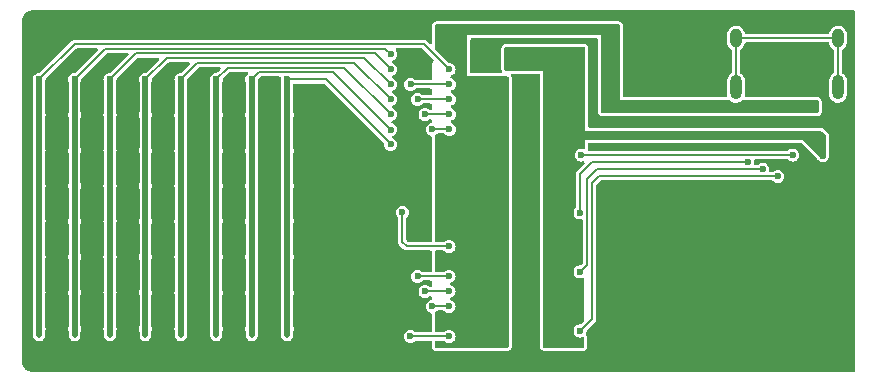
<source format=gbr>
%TF.GenerationSoftware,KiCad,Pcbnew,7.0.11-7.0.11~ubuntu22.04.1*%
%TF.CreationDate,2024-08-16T07:19:45+02:00*%
%TF.ProjectId,Fri3dGadget,46726933-6447-4616-9467-65742e6b6963,rev?*%
%TF.SameCoordinates,Original*%
%TF.FileFunction,Copper,L2,Bot*%
%TF.FilePolarity,Positive*%
%FSLAX46Y46*%
G04 Gerber Fmt 4.6, Leading zero omitted, Abs format (unit mm)*
G04 Created by KiCad (PCBNEW 7.0.11-7.0.11~ubuntu22.04.1) date 2024-08-16 07:19:45*
%MOMM*%
%LPD*%
G01*
G04 APERTURE LIST*
%TA.AperFunction,HeatsinkPad*%
%ADD10C,0.600000*%
%TD*%
%TA.AperFunction,ComponentPad*%
%ADD11O,1.000000X2.100000*%
%TD*%
%TA.AperFunction,ComponentPad*%
%ADD12O,1.000000X1.600000*%
%TD*%
%TA.AperFunction,ViaPad*%
%ADD13C,0.600000*%
%TD*%
%TA.AperFunction,Conductor*%
%ADD14C,0.500000*%
%TD*%
%TA.AperFunction,Conductor*%
%ADD15C,0.200000*%
%TD*%
G04 APERTURE END LIST*
D10*
%TO.P,U1,41,GND*%
%TO.N,GND*%
X128200000Y-59700000D03*
X126800000Y-59700000D03*
X128900000Y-60400000D03*
X127500000Y-60400000D03*
X126100000Y-60400000D03*
X128200000Y-61100000D03*
X126800000Y-61100000D03*
X128900000Y-61800000D03*
X127500000Y-61800000D03*
X126100000Y-61800000D03*
X128200000Y-62500000D03*
X126800000Y-62500000D03*
%TD*%
D11*
%TO.P,J1,S1,SHIELD*%
%TO.N,Net-(J1-SHIELD)*%
X135240000Y-49680000D03*
D12*
X135240000Y-45500000D03*
D11*
X126600000Y-49680000D03*
D12*
X126600000Y-45500000D03*
%TD*%
D13*
%TO.N,/COL1*%
X67600000Y-58000000D03*
X67600000Y-49000000D03*
X67600000Y-55000000D03*
X102300000Y-48145000D03*
X67600000Y-67017678D03*
X67600000Y-61000000D03*
X67600000Y-52000000D03*
X67600000Y-64000000D03*
X67600000Y-70125826D03*
%TO.N,/COL2*%
X70600000Y-58000000D03*
X70600000Y-70125826D03*
X70600000Y-64000000D03*
X70600000Y-61000000D03*
X70600000Y-67017678D03*
X97350000Y-46875000D03*
X70600000Y-55000000D03*
X70600000Y-49000000D03*
X70600000Y-52000000D03*
%TO.N,/COL3*%
X73600000Y-58000000D03*
X73600000Y-67017678D03*
X73600000Y-52000000D03*
X73600000Y-49000000D03*
X73600000Y-61000000D03*
X73600000Y-70125826D03*
X97350000Y-48145000D03*
X73600000Y-64000000D03*
X73600000Y-55000000D03*
%TO.N,/COL4*%
X97350000Y-49415000D03*
X76600000Y-58000000D03*
X76600000Y-49000000D03*
X76600000Y-52000000D03*
X76600000Y-70125826D03*
X76600000Y-64000000D03*
X76600000Y-61000000D03*
X76600000Y-55000000D03*
X76600000Y-67017678D03*
%TO.N,/COL5*%
X79600000Y-67017678D03*
X79600000Y-70125826D03*
X79600000Y-55000000D03*
X97350000Y-50685000D03*
X79600000Y-61000000D03*
X79600000Y-58000000D03*
X79600000Y-64000000D03*
X79600000Y-52000000D03*
X79600000Y-49000000D03*
%TO.N,/COL6*%
X82600000Y-64000000D03*
X82600000Y-49000000D03*
X82600000Y-58000000D03*
X82600000Y-52000000D03*
X82600000Y-61000000D03*
X82600000Y-67017678D03*
X82600000Y-70125826D03*
X97350000Y-51955000D03*
X82600000Y-55000000D03*
%TO.N,/COL7*%
X85600000Y-64000000D03*
X85600000Y-67017678D03*
X85600000Y-61000000D03*
X85600000Y-55000000D03*
X85600000Y-70125826D03*
X85600000Y-58000000D03*
X85600000Y-49000000D03*
X97355000Y-53250000D03*
X85600000Y-52000000D03*
%TO.N,/COL8*%
X88600000Y-67017678D03*
X88600000Y-61000000D03*
X88600000Y-64000000D03*
X88600000Y-52000000D03*
X88600000Y-55000000D03*
X88600000Y-58000000D03*
X88600000Y-70125826D03*
X88600000Y-49000000D03*
X97350000Y-54495000D03*
%TO.N,GND*%
X121555477Y-68481750D03*
X134255477Y-60861750D03*
X97350000Y-57700000D03*
X131715477Y-63401750D03*
X134255477Y-48161750D03*
X116475477Y-71021750D03*
X121555477Y-63401750D03*
X121555477Y-45621750D03*
X121555477Y-48161750D03*
X131715477Y-68481750D03*
X126635477Y-68481750D03*
X129175477Y-65941750D03*
X119015477Y-63401750D03*
X124095477Y-63401750D03*
X119015477Y-60861750D03*
X121555477Y-65941750D03*
X119015477Y-48161750D03*
X119015477Y-65941750D03*
X131715477Y-65941750D03*
X93615477Y-71021750D03*
X97350000Y-71700000D03*
X134255477Y-68481750D03*
X134255477Y-58321750D03*
X129175477Y-68481750D03*
X130650000Y-48550000D03*
X68215477Y-45621750D03*
X134255477Y-65941750D03*
X119015477Y-58321750D03*
X126635477Y-58321750D03*
X134255477Y-63401750D03*
X124095477Y-60861750D03*
X126635477Y-65941750D03*
X119015477Y-68481750D03*
X124095477Y-58321750D03*
X124095477Y-65941750D03*
X78375477Y-71021750D03*
X131715477Y-60861750D03*
X108855477Y-50701750D03*
X80915477Y-71021750D03*
X119015477Y-45621750D03*
X131715477Y-58321750D03*
X124095477Y-68481750D03*
X80915477Y-58321750D03*
X97350000Y-56850000D03*
X121555477Y-58321750D03*
X121555477Y-60861750D03*
%TO.N,+5V*%
X102125000Y-57050000D03*
X133298804Y-51052951D03*
X102300000Y-54495000D03*
X106100000Y-60237500D03*
X105100000Y-50250000D03*
X102305000Y-61860000D03*
X106075000Y-70362500D03*
X106100000Y-65325000D03*
X102300000Y-46875000D03*
X128543377Y-51060877D03*
X105850000Y-51000000D03*
X106100000Y-55325000D03*
X105100000Y-49250000D03*
X102305000Y-69480000D03*
X107100000Y-51000000D03*
%TO.N,+3V3*%
X111350000Y-48000000D03*
X113350000Y-49750000D03*
X112100000Y-53587500D03*
X133950000Y-55450000D03*
X111350000Y-49000000D03*
X112075000Y-68537500D03*
X133950000Y-53850000D03*
X112100000Y-49750000D03*
X107600000Y-47500000D03*
X112100000Y-63500000D03*
X112100000Y-58500000D03*
%TO.N,/OE*%
X102300000Y-65662500D03*
X102325000Y-50685000D03*
X99650000Y-50685000D03*
X113400000Y-60300000D03*
X99655000Y-65672500D03*
X127600000Y-56000000D03*
%TO.N,/RCLK*%
X100280000Y-66942500D03*
X113400000Y-65300000D03*
X100280000Y-51955000D03*
X102300000Y-66932500D03*
X102325000Y-51955000D03*
X128870000Y-56600000D03*
%TO.N,/SRCLK*%
X100880000Y-68212500D03*
X100880000Y-53225000D03*
X102300000Y-68202500D03*
X102325000Y-53225000D03*
X130140000Y-57200000D03*
X113400000Y-70300000D03*
%TO.N,/SER*%
X113500000Y-55400000D03*
X131410000Y-55400000D03*
%TO.N,/ROW1*%
X98350000Y-60250000D03*
X102305000Y-63130000D03*
%TO.N,Net-(U2-QH')*%
X102310000Y-70750000D03*
X102325000Y-49415000D03*
X99050000Y-49415000D03*
X99040000Y-70760000D03*
%TD*%
D14*
%TO.N,/COL1*%
X67600000Y-70662913D02*
X67600000Y-49000000D01*
D15*
X102305000Y-48150000D02*
X100155000Y-46000000D01*
X70600000Y-46000000D02*
X67600000Y-49000000D01*
X100155000Y-46000000D02*
X70600000Y-46000000D01*
%TO.N,/COL2*%
X70600000Y-49000000D02*
X73200000Y-46400000D01*
X73200000Y-46400000D02*
X96875000Y-46400000D01*
X96875000Y-46400000D02*
X97350000Y-46875000D01*
D14*
X70600000Y-49000000D02*
X70600000Y-70662913D01*
%TO.N,/COL3*%
X73600000Y-70662913D02*
X73600000Y-49000000D01*
D15*
X75800000Y-46800000D02*
X96005000Y-46800000D01*
X73600000Y-49000000D02*
X75800000Y-46800000D01*
X96005000Y-46800000D02*
X97350000Y-48145000D01*
%TO.N,/COL4*%
X78400000Y-47200000D02*
X95135000Y-47200000D01*
X95135000Y-47200000D02*
X97350000Y-49415000D01*
X76600000Y-49000000D02*
X78400000Y-47200000D01*
D14*
X76600000Y-49000000D02*
X76600000Y-70662913D01*
%TO.N,/COL5*%
X79600000Y-70662913D02*
X79600000Y-49000000D01*
D15*
X81000000Y-47600000D02*
X94265000Y-47600000D01*
X94265000Y-47600000D02*
X97350000Y-50685000D01*
X79600000Y-49000000D02*
X81000000Y-47600000D01*
%TO.N,/COL6*%
X93395000Y-48000000D02*
X97350000Y-51955000D01*
D14*
X82600000Y-49000000D02*
X82600000Y-70662913D01*
D15*
X82600000Y-49000000D02*
X83600000Y-48000000D01*
X83600000Y-48000000D02*
X93395000Y-48000000D01*
D14*
%TO.N,/COL7*%
X85600000Y-70662913D02*
X85600000Y-49000000D01*
X85600000Y-49000000D02*
X85600000Y-52000000D01*
D15*
X92505000Y-48400000D02*
X86200000Y-48400000D01*
X86200000Y-48400000D02*
X85600000Y-49000000D01*
X97355000Y-53250000D02*
X92505000Y-48400000D01*
%TO.N,/COL8*%
X88600000Y-49000000D02*
X91855000Y-49000000D01*
D14*
X88600000Y-49000000D02*
X88600000Y-70662913D01*
D15*
X91855000Y-49000000D02*
X97350000Y-54495000D01*
D14*
%TO.N,+5V*%
X128543377Y-51060877D02*
X128551303Y-51052951D01*
X128551303Y-51052951D02*
X133298804Y-51052951D01*
D15*
%TO.N,Net-(J1-SHIELD)*%
X126600000Y-49680000D02*
X126600000Y-45500000D01*
X126600000Y-45500000D02*
X135240000Y-45500000D01*
X135240000Y-45500000D02*
X135240000Y-49680000D01*
D14*
%TO.N,+3V3*%
X132100000Y-53850000D02*
X112362500Y-53850000D01*
X133950000Y-54800000D02*
X133950000Y-54550000D01*
X133950000Y-54550000D02*
X133250000Y-53850000D01*
X112362500Y-53850000D02*
X112100000Y-53587500D01*
X133950000Y-54800000D02*
X133950000Y-53850000D01*
X133687500Y-53587500D02*
X133950000Y-53850000D01*
X133850000Y-54800000D02*
X132900000Y-53850000D01*
X133950000Y-53850000D02*
X133250000Y-53850000D01*
X133250000Y-53850000D02*
X132900000Y-53850000D01*
X132900000Y-53850000D02*
X132100000Y-53850000D01*
X133950000Y-55450000D02*
X133950000Y-54800000D01*
X132350000Y-53850000D02*
X132100000Y-53850000D01*
X112100000Y-53587500D02*
X133687500Y-53587500D01*
X133950000Y-55450000D02*
X132350000Y-53850000D01*
X133950000Y-54800000D02*
X133850000Y-54800000D01*
D15*
%TO.N,/OE*%
X102325000Y-50685000D02*
X99650000Y-50685000D01*
X113400000Y-57000000D02*
X114400000Y-56000000D01*
X99655000Y-65672500D02*
X102180000Y-65672500D01*
X114400000Y-56000000D02*
X127600000Y-56000000D01*
X113400000Y-60300000D02*
X113400000Y-57000000D01*
%TO.N,/RCLK*%
X113400000Y-65300000D02*
X114000000Y-64700000D01*
X114000000Y-57400000D02*
X114800000Y-56600000D01*
X114000000Y-64700000D02*
X114000000Y-57400000D01*
X114800000Y-56600000D02*
X128870000Y-56600000D01*
X102325000Y-51955000D02*
X100280000Y-51955000D01*
X102320000Y-66942500D02*
X100280000Y-66942500D01*
%TO.N,/SRCLK*%
X115000000Y-57200000D02*
X130140000Y-57200000D01*
X114400000Y-69300000D02*
X114400000Y-57800000D01*
X102325000Y-53225000D02*
X100880000Y-53225000D01*
X102195000Y-68212500D02*
X100880000Y-68212500D01*
X114400000Y-57800000D02*
X115000000Y-57200000D01*
X113400000Y-70300000D02*
X114400000Y-69300000D01*
%TO.N,/SER*%
X131410000Y-55400000D02*
X113500000Y-55400000D01*
%TO.N,/ROW1*%
X98350000Y-62750000D02*
X98730000Y-63130000D01*
X98350000Y-60250000D02*
X98350000Y-62750000D01*
X98730000Y-63130000D02*
X102305000Y-63130000D01*
%TO.N,Net-(U2-QH')*%
X102325000Y-49415000D02*
X99050000Y-49415000D01*
X102340000Y-70760000D02*
X99040000Y-70760000D01*
%TD*%
%TA.AperFunction,Conductor*%
%TO.N,GND*%
G36*
X130100000Y-63550000D02*
G01*
X125000000Y-63550000D01*
X125000000Y-58700000D01*
X130100000Y-58700000D01*
X130100000Y-63550000D01*
G37*
%TD.AperFunction*%
%TD*%
%TA.AperFunction,Conductor*%
%TO.N,GND*%
G36*
X136653039Y-43174823D02*
G01*
X136698794Y-43227627D01*
X136710000Y-43279138D01*
X136710000Y-73625500D01*
X136690315Y-73692539D01*
X136637511Y-73738294D01*
X136586000Y-73749500D01*
X67006092Y-73749500D01*
X66993938Y-73748903D01*
X66847325Y-73734463D01*
X66823484Y-73729721D01*
X66688361Y-73688732D01*
X66665904Y-73679430D01*
X66541376Y-73612870D01*
X66521164Y-73599365D01*
X66412013Y-73509789D01*
X66394825Y-73492601D01*
X66305249Y-73383455D01*
X66291744Y-73363245D01*
X66260846Y-73305443D01*
X66225176Y-73238712D01*
X66215877Y-73216263D01*
X66174882Y-73081132D01*
X66170142Y-73057305D01*
X66155735Y-72911067D01*
X66155138Y-72898910D01*
X66155138Y-70125826D01*
X67044750Y-70125826D01*
X67063670Y-70269535D01*
X67076288Y-70299999D01*
X67090061Y-70333248D01*
X67099500Y-70380701D01*
X67099500Y-70698710D01*
X67114834Y-70805369D01*
X67143996Y-70869223D01*
X67174623Y-70936286D01*
X67268872Y-71045056D01*
X67389947Y-71122866D01*
X67389950Y-71122867D01*
X67389949Y-71122867D01*
X67528036Y-71163412D01*
X67528038Y-71163413D01*
X67528039Y-71163413D01*
X67671962Y-71163413D01*
X67671962Y-71163412D01*
X67779121Y-71131948D01*
X67810050Y-71122867D01*
X67810050Y-71122866D01*
X67810053Y-71122866D01*
X67931128Y-71045056D01*
X68025377Y-70936286D01*
X68085165Y-70805370D01*
X68100500Y-70698712D01*
X68100500Y-70380701D01*
X68109939Y-70333248D01*
X68136330Y-70269535D01*
X68155250Y-70125826D01*
X68136330Y-69982117D01*
X68109937Y-69918398D01*
X68100500Y-69870950D01*
X68100500Y-67272553D01*
X68109939Y-67225100D01*
X68112001Y-67220122D01*
X68136330Y-67161387D01*
X68155250Y-67017678D01*
X68136330Y-66873969D01*
X68109937Y-66810250D01*
X68100500Y-66762802D01*
X68100500Y-64254875D01*
X68109939Y-64207422D01*
X68136330Y-64143709D01*
X68155250Y-64000000D01*
X68136330Y-63856291D01*
X68109937Y-63792572D01*
X68100500Y-63745124D01*
X68100500Y-61254875D01*
X68109939Y-61207422D01*
X68117555Y-61189036D01*
X68136330Y-61143709D01*
X68155250Y-61000000D01*
X68136330Y-60856291D01*
X68109937Y-60792572D01*
X68100500Y-60745124D01*
X68100500Y-58254875D01*
X68109939Y-58207422D01*
X68136330Y-58143709D01*
X68155250Y-58000000D01*
X68136330Y-57856291D01*
X68109937Y-57792572D01*
X68100500Y-57745124D01*
X68100500Y-55254875D01*
X68109939Y-55207422D01*
X68115033Y-55195124D01*
X68136330Y-55143709D01*
X68155250Y-55000000D01*
X68136330Y-54856291D01*
X68109937Y-54792572D01*
X68100500Y-54745124D01*
X68100500Y-52254875D01*
X68109939Y-52207422D01*
X68136330Y-52143709D01*
X68155250Y-52000000D01*
X68136330Y-51856291D01*
X68109937Y-51792572D01*
X68100500Y-51745124D01*
X68100500Y-49254875D01*
X68109939Y-49207422D01*
X68136330Y-49143709D01*
X68155250Y-49000000D01*
X68155250Y-48999999D01*
X68155250Y-48991871D01*
X68159049Y-48991871D01*
X68166388Y-48940418D01*
X68191556Y-48904124D01*
X70708863Y-46386819D01*
X70770186Y-46353334D01*
X70796544Y-46350500D01*
X72454456Y-46350500D01*
X72521495Y-46370185D01*
X72567250Y-46422989D01*
X72577194Y-46492147D01*
X72548169Y-46555703D01*
X72542137Y-46562181D01*
X70695877Y-48408439D01*
X70634554Y-48441924D01*
X70608128Y-48443208D01*
X70608128Y-48444750D01*
X70600000Y-48444750D01*
X70456291Y-48463670D01*
X70456287Y-48463671D01*
X70322377Y-48519137D01*
X70207379Y-48607379D01*
X70119137Y-48722377D01*
X70063671Y-48856287D01*
X70063670Y-48856291D01*
X70044750Y-48999999D01*
X70044750Y-49000000D01*
X70063670Y-49143708D01*
X70063670Y-49143709D01*
X70090061Y-49207422D01*
X70099500Y-49254875D01*
X70099500Y-51745124D01*
X70090062Y-51792572D01*
X70073807Y-51831818D01*
X70063669Y-51856293D01*
X70046575Y-51986136D01*
X70044750Y-52000000D01*
X70058639Y-52105499D01*
X70063670Y-52143708D01*
X70063670Y-52143709D01*
X70090061Y-52207422D01*
X70099500Y-52254875D01*
X70099500Y-54745124D01*
X70090062Y-54792575D01*
X70063669Y-54856293D01*
X70047656Y-54977926D01*
X70044750Y-55000000D01*
X70048874Y-55031328D01*
X70063670Y-55143708D01*
X70063670Y-55143709D01*
X70090061Y-55207422D01*
X70099500Y-55254875D01*
X70099500Y-57745124D01*
X70090062Y-57792575D01*
X70063669Y-57856293D01*
X70044750Y-57999999D01*
X70044750Y-58000000D01*
X70063670Y-58143708D01*
X70063670Y-58143709D01*
X70090061Y-58207422D01*
X70099500Y-58254875D01*
X70099500Y-60745124D01*
X70090062Y-60792575D01*
X70063669Y-60856293D01*
X70050969Y-60952764D01*
X70044750Y-61000000D01*
X70057915Y-61100000D01*
X70063670Y-61143708D01*
X70063670Y-61143709D01*
X70090061Y-61207422D01*
X70099500Y-61254875D01*
X70099500Y-63745124D01*
X70090062Y-63792575D01*
X70063669Y-63856293D01*
X70044750Y-63999999D01*
X70044750Y-64000000D01*
X70063670Y-64143708D01*
X70063670Y-64143709D01*
X70090061Y-64207422D01*
X70099500Y-64254875D01*
X70099500Y-66762802D01*
X70090062Y-66810253D01*
X70063669Y-66873971D01*
X70044750Y-67017677D01*
X70044750Y-67017678D01*
X70053772Y-67086209D01*
X70063670Y-67161386D01*
X70063670Y-67161387D01*
X70090061Y-67225100D01*
X70099500Y-67272553D01*
X70099500Y-69870950D01*
X70090062Y-69918401D01*
X70063669Y-69982119D01*
X70044750Y-70125825D01*
X70044750Y-70125826D01*
X70063670Y-70269535D01*
X70076288Y-70299999D01*
X70090061Y-70333248D01*
X70099500Y-70380701D01*
X70099500Y-70698710D01*
X70114834Y-70805369D01*
X70143996Y-70869223D01*
X70174623Y-70936286D01*
X70268872Y-71045056D01*
X70389947Y-71122866D01*
X70389950Y-71122867D01*
X70389949Y-71122867D01*
X70528036Y-71163412D01*
X70528038Y-71163413D01*
X70528039Y-71163413D01*
X70671962Y-71163413D01*
X70671962Y-71163412D01*
X70779121Y-71131948D01*
X70810050Y-71122867D01*
X70810050Y-71122866D01*
X70810053Y-71122866D01*
X70931128Y-71045056D01*
X71025377Y-70936286D01*
X71085165Y-70805370D01*
X71100500Y-70698712D01*
X71100500Y-70380701D01*
X71109939Y-70333248D01*
X71136330Y-70269535D01*
X71155250Y-70125826D01*
X71136330Y-69982117D01*
X71109937Y-69918398D01*
X71100500Y-69870950D01*
X71100500Y-67272553D01*
X71109939Y-67225100D01*
X71112001Y-67220122D01*
X71136330Y-67161387D01*
X71155250Y-67017678D01*
X71136330Y-66873969D01*
X71109937Y-66810250D01*
X71100500Y-66762802D01*
X71100500Y-64254875D01*
X71109939Y-64207422D01*
X71136330Y-64143709D01*
X71155250Y-64000000D01*
X71136330Y-63856291D01*
X71109937Y-63792572D01*
X71100500Y-63745124D01*
X71100500Y-61254875D01*
X71109939Y-61207422D01*
X71117555Y-61189036D01*
X71136330Y-61143709D01*
X71155250Y-61000000D01*
X71136330Y-60856291D01*
X71109937Y-60792572D01*
X71100500Y-60745124D01*
X71100500Y-58254875D01*
X71109939Y-58207422D01*
X71136330Y-58143709D01*
X71155250Y-58000000D01*
X71136330Y-57856291D01*
X71109937Y-57792572D01*
X71100500Y-57745124D01*
X71100500Y-55254875D01*
X71109939Y-55207422D01*
X71115033Y-55195124D01*
X71136330Y-55143709D01*
X71155250Y-55000000D01*
X71136330Y-54856291D01*
X71109937Y-54792572D01*
X71100500Y-54745124D01*
X71100500Y-52254875D01*
X71109939Y-52207422D01*
X71136330Y-52143709D01*
X71155250Y-52000000D01*
X71136330Y-51856291D01*
X71109937Y-51792572D01*
X71100500Y-51745124D01*
X71100500Y-49254875D01*
X71109939Y-49207422D01*
X71136330Y-49143709D01*
X71155250Y-49000000D01*
X71155250Y-48999999D01*
X71155250Y-48991871D01*
X71159049Y-48991871D01*
X71166388Y-48940418D01*
X71191556Y-48904124D01*
X73308863Y-46786819D01*
X73370186Y-46753334D01*
X73396544Y-46750500D01*
X75054456Y-46750500D01*
X75121495Y-46770185D01*
X75167250Y-46822989D01*
X75177194Y-46892147D01*
X75148169Y-46955703D01*
X75142137Y-46962181D01*
X73695877Y-48408439D01*
X73634554Y-48441924D01*
X73608128Y-48443208D01*
X73608128Y-48444750D01*
X73600000Y-48444750D01*
X73456291Y-48463670D01*
X73456287Y-48463671D01*
X73322377Y-48519137D01*
X73207379Y-48607379D01*
X73119137Y-48722377D01*
X73063671Y-48856287D01*
X73063670Y-48856291D01*
X73044750Y-48999999D01*
X73044750Y-49000000D01*
X73063670Y-49143708D01*
X73063670Y-49143709D01*
X73090061Y-49207422D01*
X73099500Y-49254875D01*
X73099500Y-51745124D01*
X73090062Y-51792572D01*
X73073807Y-51831818D01*
X73063669Y-51856293D01*
X73046575Y-51986136D01*
X73044750Y-52000000D01*
X73058639Y-52105499D01*
X73063670Y-52143708D01*
X73063670Y-52143709D01*
X73090061Y-52207422D01*
X73099500Y-52254875D01*
X73099500Y-54745124D01*
X73090062Y-54792575D01*
X73063669Y-54856293D01*
X73047656Y-54977926D01*
X73044750Y-55000000D01*
X73048874Y-55031328D01*
X73063670Y-55143708D01*
X73063670Y-55143709D01*
X73090061Y-55207422D01*
X73099500Y-55254875D01*
X73099500Y-57745124D01*
X73090062Y-57792575D01*
X73063669Y-57856293D01*
X73044750Y-57999999D01*
X73044750Y-58000000D01*
X73063670Y-58143708D01*
X73063670Y-58143709D01*
X73090061Y-58207422D01*
X73099500Y-58254875D01*
X73099500Y-60745124D01*
X73090062Y-60792575D01*
X73063669Y-60856293D01*
X73050969Y-60952764D01*
X73044750Y-61000000D01*
X73057915Y-61100000D01*
X73063670Y-61143708D01*
X73063670Y-61143709D01*
X73090061Y-61207422D01*
X73099500Y-61254875D01*
X73099500Y-63745124D01*
X73090062Y-63792575D01*
X73063669Y-63856293D01*
X73044750Y-63999999D01*
X73044750Y-64000000D01*
X73063670Y-64143708D01*
X73063670Y-64143709D01*
X73090061Y-64207422D01*
X73099500Y-64254875D01*
X73099500Y-66762802D01*
X73090062Y-66810253D01*
X73063669Y-66873971D01*
X73044750Y-67017677D01*
X73044750Y-67017678D01*
X73053772Y-67086209D01*
X73063670Y-67161386D01*
X73063670Y-67161387D01*
X73090061Y-67225100D01*
X73099500Y-67272553D01*
X73099500Y-69870950D01*
X73090062Y-69918401D01*
X73063669Y-69982119D01*
X73044750Y-70125825D01*
X73044750Y-70125826D01*
X73063670Y-70269535D01*
X73076288Y-70299999D01*
X73090061Y-70333248D01*
X73099500Y-70380701D01*
X73099500Y-70698710D01*
X73114834Y-70805369D01*
X73143996Y-70869223D01*
X73174623Y-70936286D01*
X73268872Y-71045056D01*
X73389947Y-71122866D01*
X73389950Y-71122867D01*
X73389949Y-71122867D01*
X73528036Y-71163412D01*
X73528038Y-71163413D01*
X73528039Y-71163413D01*
X73671962Y-71163413D01*
X73671962Y-71163412D01*
X73779121Y-71131948D01*
X73810050Y-71122867D01*
X73810050Y-71122866D01*
X73810053Y-71122866D01*
X73931128Y-71045056D01*
X74025377Y-70936286D01*
X74085165Y-70805370D01*
X74100500Y-70698712D01*
X74100500Y-70380701D01*
X74109939Y-70333248D01*
X74136330Y-70269535D01*
X74155250Y-70125826D01*
X74136330Y-69982117D01*
X74109937Y-69918398D01*
X74100500Y-69870950D01*
X74100500Y-67272553D01*
X74109939Y-67225100D01*
X74112001Y-67220122D01*
X74136330Y-67161387D01*
X74155250Y-67017678D01*
X74136330Y-66873969D01*
X74109937Y-66810250D01*
X74100500Y-66762802D01*
X74100500Y-64254875D01*
X74109939Y-64207422D01*
X74136330Y-64143709D01*
X74155250Y-64000000D01*
X74136330Y-63856291D01*
X74109937Y-63792572D01*
X74100500Y-63745124D01*
X74100500Y-61254875D01*
X74109939Y-61207422D01*
X74117555Y-61189036D01*
X74136330Y-61143709D01*
X74155250Y-61000000D01*
X74136330Y-60856291D01*
X74109937Y-60792572D01*
X74100500Y-60745124D01*
X74100500Y-58254875D01*
X74109939Y-58207422D01*
X74136330Y-58143709D01*
X74155250Y-58000000D01*
X74136330Y-57856291D01*
X74109937Y-57792572D01*
X74100500Y-57745124D01*
X74100500Y-55254875D01*
X74109939Y-55207422D01*
X74115033Y-55195124D01*
X74136330Y-55143709D01*
X74155250Y-55000000D01*
X74136330Y-54856291D01*
X74109937Y-54792572D01*
X74100500Y-54745124D01*
X74100500Y-52254875D01*
X74109939Y-52207422D01*
X74136330Y-52143709D01*
X74155250Y-52000000D01*
X74136330Y-51856291D01*
X74109937Y-51792572D01*
X74100500Y-51745124D01*
X74100500Y-49254875D01*
X74109939Y-49207422D01*
X74136330Y-49143709D01*
X74155250Y-49000000D01*
X74155250Y-48999999D01*
X74155250Y-48991871D01*
X74159013Y-48991871D01*
X74166492Y-48940188D01*
X74191556Y-48904123D01*
X75908862Y-47186819D01*
X75970185Y-47153334D01*
X75996543Y-47150500D01*
X77654456Y-47150500D01*
X77721495Y-47170185D01*
X77767250Y-47222989D01*
X77777194Y-47292147D01*
X77748169Y-47355703D01*
X77742137Y-47362181D01*
X76695877Y-48408439D01*
X76634554Y-48441924D01*
X76608128Y-48443208D01*
X76608128Y-48444750D01*
X76600000Y-48444750D01*
X76456291Y-48463670D01*
X76456287Y-48463671D01*
X76322377Y-48519137D01*
X76207379Y-48607379D01*
X76119137Y-48722377D01*
X76063671Y-48856287D01*
X76063670Y-48856291D01*
X76044750Y-48999999D01*
X76044750Y-49000000D01*
X76063670Y-49143708D01*
X76063670Y-49143709D01*
X76090061Y-49207422D01*
X76099500Y-49254875D01*
X76099500Y-51745124D01*
X76090062Y-51792572D01*
X76073807Y-51831818D01*
X76063669Y-51856293D01*
X76046575Y-51986136D01*
X76044750Y-52000000D01*
X76058639Y-52105499D01*
X76063670Y-52143708D01*
X76063670Y-52143709D01*
X76090061Y-52207422D01*
X76099500Y-52254875D01*
X76099500Y-54745124D01*
X76090062Y-54792575D01*
X76063669Y-54856293D01*
X76047656Y-54977926D01*
X76044750Y-55000000D01*
X76048874Y-55031328D01*
X76063670Y-55143708D01*
X76063670Y-55143709D01*
X76090061Y-55207422D01*
X76099500Y-55254875D01*
X76099500Y-57745124D01*
X76090062Y-57792575D01*
X76063669Y-57856293D01*
X76044750Y-57999999D01*
X76044750Y-58000000D01*
X76063670Y-58143708D01*
X76063670Y-58143709D01*
X76090061Y-58207422D01*
X76099500Y-58254875D01*
X76099500Y-60745124D01*
X76090062Y-60792575D01*
X76063669Y-60856293D01*
X76050969Y-60952764D01*
X76044750Y-61000000D01*
X76057915Y-61100000D01*
X76063670Y-61143708D01*
X76063670Y-61143709D01*
X76090061Y-61207422D01*
X76099500Y-61254875D01*
X76099500Y-63745124D01*
X76090062Y-63792575D01*
X76063669Y-63856293D01*
X76044750Y-63999999D01*
X76044750Y-64000000D01*
X76063670Y-64143708D01*
X76063670Y-64143709D01*
X76090061Y-64207422D01*
X76099500Y-64254875D01*
X76099500Y-66762802D01*
X76090062Y-66810253D01*
X76063669Y-66873971D01*
X76044750Y-67017677D01*
X76044750Y-67017678D01*
X76053772Y-67086209D01*
X76063670Y-67161386D01*
X76063670Y-67161387D01*
X76090061Y-67225100D01*
X76099500Y-67272553D01*
X76099500Y-69870950D01*
X76090062Y-69918401D01*
X76063669Y-69982119D01*
X76044750Y-70125825D01*
X76044750Y-70125826D01*
X76063670Y-70269535D01*
X76076288Y-70299999D01*
X76090061Y-70333248D01*
X76099500Y-70380701D01*
X76099500Y-70698710D01*
X76114834Y-70805369D01*
X76143996Y-70869223D01*
X76174623Y-70936286D01*
X76268872Y-71045056D01*
X76389947Y-71122866D01*
X76389950Y-71122867D01*
X76389949Y-71122867D01*
X76528036Y-71163412D01*
X76528038Y-71163413D01*
X76528039Y-71163413D01*
X76671962Y-71163413D01*
X76671962Y-71163412D01*
X76779121Y-71131948D01*
X76810050Y-71122867D01*
X76810050Y-71122866D01*
X76810053Y-71122866D01*
X76931128Y-71045056D01*
X77025377Y-70936286D01*
X77085165Y-70805370D01*
X77100500Y-70698712D01*
X77100500Y-70380701D01*
X77109939Y-70333248D01*
X77136330Y-70269535D01*
X77155250Y-70125826D01*
X77136330Y-69982117D01*
X77109937Y-69918398D01*
X77100500Y-69870950D01*
X77100500Y-67272553D01*
X77109939Y-67225100D01*
X77112001Y-67220122D01*
X77136330Y-67161387D01*
X77155250Y-67017678D01*
X77136330Y-66873969D01*
X77109937Y-66810250D01*
X77100500Y-66762802D01*
X77100500Y-64254875D01*
X77109939Y-64207422D01*
X77136330Y-64143709D01*
X77155250Y-64000000D01*
X77136330Y-63856291D01*
X77109937Y-63792572D01*
X77100500Y-63745124D01*
X77100500Y-61254875D01*
X77109939Y-61207422D01*
X77117555Y-61189036D01*
X77136330Y-61143709D01*
X77155250Y-61000000D01*
X77136330Y-60856291D01*
X77109937Y-60792572D01*
X77100500Y-60745124D01*
X77100500Y-58254875D01*
X77109939Y-58207422D01*
X77136330Y-58143709D01*
X77155250Y-58000000D01*
X77136330Y-57856291D01*
X77109937Y-57792572D01*
X77100500Y-57745124D01*
X77100500Y-55254875D01*
X77109939Y-55207422D01*
X77115033Y-55195124D01*
X77136330Y-55143709D01*
X77155250Y-55000000D01*
X77136330Y-54856291D01*
X77109937Y-54792572D01*
X77100500Y-54745124D01*
X77100500Y-52254875D01*
X77109939Y-52207422D01*
X77136330Y-52143709D01*
X77155250Y-52000000D01*
X77136330Y-51856291D01*
X77109937Y-51792572D01*
X77100500Y-51745124D01*
X77100500Y-49254875D01*
X77109939Y-49207422D01*
X77136330Y-49143709D01*
X77155250Y-49000000D01*
X77155250Y-48999999D01*
X77155250Y-48991871D01*
X77159049Y-48991871D01*
X77166388Y-48940418D01*
X77191556Y-48904124D01*
X78508863Y-47586819D01*
X78570186Y-47553334D01*
X78596544Y-47550500D01*
X80254456Y-47550500D01*
X80321495Y-47570185D01*
X80367250Y-47622989D01*
X80377194Y-47692147D01*
X80348169Y-47755703D01*
X80342137Y-47762181D01*
X79695877Y-48408439D01*
X79634554Y-48441924D01*
X79608128Y-48443208D01*
X79608128Y-48444750D01*
X79600000Y-48444750D01*
X79456291Y-48463670D01*
X79456287Y-48463671D01*
X79322377Y-48519137D01*
X79207379Y-48607379D01*
X79119137Y-48722377D01*
X79063671Y-48856287D01*
X79063670Y-48856291D01*
X79044750Y-48999999D01*
X79044750Y-49000000D01*
X79063670Y-49143708D01*
X79063670Y-49143709D01*
X79090061Y-49207422D01*
X79099500Y-49254875D01*
X79099500Y-51745124D01*
X79090062Y-51792572D01*
X79073807Y-51831818D01*
X79063669Y-51856293D01*
X79046575Y-51986136D01*
X79044750Y-52000000D01*
X79058639Y-52105499D01*
X79063670Y-52143708D01*
X79063670Y-52143709D01*
X79090061Y-52207422D01*
X79099500Y-52254875D01*
X79099500Y-54745124D01*
X79090062Y-54792575D01*
X79063669Y-54856293D01*
X79047656Y-54977926D01*
X79044750Y-55000000D01*
X79048874Y-55031328D01*
X79063670Y-55143708D01*
X79063670Y-55143709D01*
X79090061Y-55207422D01*
X79099500Y-55254875D01*
X79099500Y-57745124D01*
X79090062Y-57792575D01*
X79063669Y-57856293D01*
X79044750Y-57999999D01*
X79044750Y-58000000D01*
X79063670Y-58143708D01*
X79063670Y-58143709D01*
X79090061Y-58207422D01*
X79099500Y-58254875D01*
X79099500Y-60745124D01*
X79090062Y-60792575D01*
X79063669Y-60856293D01*
X79050969Y-60952764D01*
X79044750Y-61000000D01*
X79057915Y-61100000D01*
X79063670Y-61143708D01*
X79063670Y-61143709D01*
X79090061Y-61207422D01*
X79099500Y-61254875D01*
X79099500Y-63745124D01*
X79090062Y-63792575D01*
X79063669Y-63856293D01*
X79044750Y-63999999D01*
X79044750Y-64000000D01*
X79063670Y-64143708D01*
X79063670Y-64143709D01*
X79090061Y-64207422D01*
X79099500Y-64254875D01*
X79099500Y-66762802D01*
X79090062Y-66810253D01*
X79063669Y-66873971D01*
X79044750Y-67017677D01*
X79044750Y-67017678D01*
X79053772Y-67086209D01*
X79063670Y-67161386D01*
X79063670Y-67161387D01*
X79090061Y-67225100D01*
X79099500Y-67272553D01*
X79099500Y-69870950D01*
X79090062Y-69918401D01*
X79063669Y-69982119D01*
X79044750Y-70125825D01*
X79044750Y-70125826D01*
X79063670Y-70269535D01*
X79076288Y-70299999D01*
X79090061Y-70333248D01*
X79099500Y-70380701D01*
X79099500Y-70698710D01*
X79114834Y-70805369D01*
X79143996Y-70869223D01*
X79174623Y-70936286D01*
X79268872Y-71045056D01*
X79389947Y-71122866D01*
X79389950Y-71122867D01*
X79389949Y-71122867D01*
X79528036Y-71163412D01*
X79528038Y-71163413D01*
X79528039Y-71163413D01*
X79671962Y-71163413D01*
X79671962Y-71163412D01*
X79779121Y-71131948D01*
X79810050Y-71122867D01*
X79810050Y-71122866D01*
X79810053Y-71122866D01*
X79931128Y-71045056D01*
X80025377Y-70936286D01*
X80085165Y-70805370D01*
X80100500Y-70698712D01*
X80100500Y-70380701D01*
X80109939Y-70333248D01*
X80136330Y-70269535D01*
X80155250Y-70125826D01*
X80136330Y-69982117D01*
X80109937Y-69918398D01*
X80100500Y-69870950D01*
X80100500Y-67272553D01*
X80109939Y-67225100D01*
X80112001Y-67220122D01*
X80136330Y-67161387D01*
X80155250Y-67017678D01*
X80136330Y-66873969D01*
X80109937Y-66810250D01*
X80100500Y-66762802D01*
X80100500Y-64254875D01*
X80109939Y-64207422D01*
X80136330Y-64143709D01*
X80155250Y-64000000D01*
X80136330Y-63856291D01*
X80109937Y-63792572D01*
X80100500Y-63745124D01*
X80100500Y-61254875D01*
X80109939Y-61207422D01*
X80117555Y-61189036D01*
X80136330Y-61143709D01*
X80155250Y-61000000D01*
X80136330Y-60856291D01*
X80109937Y-60792572D01*
X80100500Y-60745124D01*
X80100500Y-58254875D01*
X80109939Y-58207422D01*
X80136330Y-58143709D01*
X80155250Y-58000000D01*
X80136330Y-57856291D01*
X80109937Y-57792572D01*
X80100500Y-57745124D01*
X80100500Y-55254875D01*
X80109939Y-55207422D01*
X80115033Y-55195124D01*
X80136330Y-55143709D01*
X80155250Y-55000000D01*
X80136330Y-54856291D01*
X80109937Y-54792572D01*
X80100500Y-54745124D01*
X80100500Y-52254875D01*
X80109939Y-52207422D01*
X80136330Y-52143709D01*
X80155250Y-52000000D01*
X80136330Y-51856291D01*
X80109937Y-51792572D01*
X80100500Y-51745124D01*
X80100500Y-49254875D01*
X80109939Y-49207422D01*
X80136330Y-49143709D01*
X80155250Y-49000000D01*
X80155250Y-48999999D01*
X80155250Y-48991871D01*
X80159049Y-48991871D01*
X80166388Y-48940418D01*
X80191556Y-48904124D01*
X81108863Y-47986819D01*
X81170186Y-47953334D01*
X81196544Y-47950500D01*
X82854457Y-47950500D01*
X82921496Y-47970185D01*
X82967251Y-48022989D01*
X82977195Y-48092147D01*
X82948170Y-48155703D01*
X82942157Y-48162161D01*
X82753818Y-48350500D01*
X82695877Y-48408441D01*
X82634554Y-48441925D01*
X82608127Y-48443042D01*
X82608127Y-48444750D01*
X82599999Y-48444750D01*
X82456291Y-48463670D01*
X82456287Y-48463671D01*
X82322377Y-48519137D01*
X82207379Y-48607379D01*
X82119137Y-48722377D01*
X82063671Y-48856287D01*
X82063670Y-48856291D01*
X82044750Y-48999999D01*
X82044750Y-49000000D01*
X82063670Y-49143708D01*
X82063670Y-49143709D01*
X82090061Y-49207422D01*
X82099500Y-49254875D01*
X82099500Y-51745124D01*
X82090062Y-51792572D01*
X82073807Y-51831818D01*
X82063669Y-51856293D01*
X82046575Y-51986136D01*
X82044750Y-52000000D01*
X82058639Y-52105499D01*
X82063670Y-52143708D01*
X82063670Y-52143709D01*
X82090061Y-52207422D01*
X82099500Y-52254875D01*
X82099500Y-54745124D01*
X82090062Y-54792575D01*
X82063669Y-54856293D01*
X82047656Y-54977926D01*
X82044750Y-55000000D01*
X82048874Y-55031328D01*
X82063670Y-55143708D01*
X82063670Y-55143709D01*
X82090061Y-55207422D01*
X82099500Y-55254875D01*
X82099500Y-57745124D01*
X82090062Y-57792575D01*
X82063669Y-57856293D01*
X82044750Y-57999999D01*
X82044750Y-58000000D01*
X82063670Y-58143708D01*
X82063670Y-58143709D01*
X82090061Y-58207422D01*
X82099500Y-58254875D01*
X82099500Y-60745124D01*
X82090062Y-60792575D01*
X82063669Y-60856293D01*
X82050969Y-60952764D01*
X82044750Y-61000000D01*
X82057915Y-61100000D01*
X82063670Y-61143708D01*
X82063670Y-61143709D01*
X82090061Y-61207422D01*
X82099500Y-61254875D01*
X82099500Y-63745124D01*
X82090062Y-63792575D01*
X82063669Y-63856293D01*
X82044750Y-63999999D01*
X82044750Y-64000000D01*
X82063670Y-64143708D01*
X82063670Y-64143709D01*
X82090061Y-64207422D01*
X82099500Y-64254875D01*
X82099500Y-66762802D01*
X82090062Y-66810253D01*
X82063669Y-66873971D01*
X82044750Y-67017677D01*
X82044750Y-67017678D01*
X82053772Y-67086209D01*
X82063670Y-67161386D01*
X82063670Y-67161387D01*
X82090061Y-67225100D01*
X82099500Y-67272553D01*
X82099500Y-69870950D01*
X82090062Y-69918401D01*
X82063669Y-69982119D01*
X82044750Y-70125825D01*
X82044750Y-70125826D01*
X82063670Y-70269535D01*
X82076288Y-70299999D01*
X82090061Y-70333248D01*
X82099500Y-70380701D01*
X82099500Y-70698710D01*
X82114834Y-70805369D01*
X82143996Y-70869223D01*
X82174623Y-70936286D01*
X82268872Y-71045056D01*
X82389947Y-71122866D01*
X82389950Y-71122867D01*
X82389949Y-71122867D01*
X82528036Y-71163412D01*
X82528038Y-71163413D01*
X82528039Y-71163413D01*
X82671962Y-71163413D01*
X82671962Y-71163412D01*
X82779121Y-71131948D01*
X82810050Y-71122867D01*
X82810050Y-71122866D01*
X82810053Y-71122866D01*
X82931128Y-71045056D01*
X83025377Y-70936286D01*
X83085165Y-70805370D01*
X83100500Y-70698712D01*
X83100500Y-70380701D01*
X83109939Y-70333248D01*
X83136330Y-70269535D01*
X83155250Y-70125826D01*
X83136330Y-69982117D01*
X83109937Y-69918398D01*
X83100500Y-69870950D01*
X83100500Y-67272553D01*
X83109939Y-67225100D01*
X83112001Y-67220122D01*
X83136330Y-67161387D01*
X83155250Y-67017678D01*
X83136330Y-66873969D01*
X83109937Y-66810250D01*
X83100500Y-66762802D01*
X83100500Y-64254875D01*
X83109939Y-64207422D01*
X83136330Y-64143709D01*
X83155250Y-64000000D01*
X83136330Y-63856291D01*
X83109937Y-63792572D01*
X83100500Y-63745124D01*
X83100500Y-61254875D01*
X83109939Y-61207422D01*
X83117555Y-61189036D01*
X83136330Y-61143709D01*
X83155250Y-61000000D01*
X83136330Y-60856291D01*
X83109937Y-60792572D01*
X83100500Y-60745124D01*
X83100500Y-58254875D01*
X83109939Y-58207422D01*
X83136330Y-58143709D01*
X83155250Y-58000000D01*
X83136330Y-57856291D01*
X83109937Y-57792572D01*
X83100500Y-57745124D01*
X83100500Y-55254875D01*
X83109939Y-55207422D01*
X83115033Y-55195124D01*
X83136330Y-55143709D01*
X83155250Y-55000000D01*
X83136330Y-54856291D01*
X83109937Y-54792572D01*
X83100500Y-54745124D01*
X83100500Y-52254875D01*
X83109939Y-52207422D01*
X83136330Y-52143709D01*
X83155250Y-52000000D01*
X83136330Y-51856291D01*
X83109937Y-51792572D01*
X83100500Y-51745124D01*
X83100500Y-49254875D01*
X83109939Y-49207422D01*
X83136330Y-49143709D01*
X83155250Y-49000000D01*
X83155250Y-48999999D01*
X83155250Y-48991871D01*
X83159049Y-48991871D01*
X83166388Y-48940418D01*
X83191556Y-48904124D01*
X83708863Y-48386819D01*
X83770186Y-48353334D01*
X83796544Y-48350500D01*
X85176858Y-48350500D01*
X85243897Y-48370185D01*
X85289652Y-48422989D01*
X85299596Y-48492147D01*
X85270571Y-48555703D01*
X85252345Y-48572875D01*
X85207381Y-48607377D01*
X85207380Y-48607378D01*
X85207379Y-48607379D01*
X85190405Y-48629500D01*
X85119137Y-48722377D01*
X85063671Y-48856287D01*
X85063670Y-48856291D01*
X85044750Y-48999999D01*
X85044750Y-49000000D01*
X85063670Y-49143708D01*
X85063670Y-49143709D01*
X85090061Y-49207422D01*
X85099500Y-49254875D01*
X85099500Y-51745124D01*
X85090062Y-51792572D01*
X85073807Y-51831818D01*
X85063669Y-51856293D01*
X85046575Y-51986136D01*
X85044750Y-52000000D01*
X85058639Y-52105499D01*
X85063670Y-52143708D01*
X85063670Y-52143709D01*
X85090061Y-52207422D01*
X85099500Y-52254875D01*
X85099500Y-54745124D01*
X85090062Y-54792575D01*
X85063669Y-54856293D01*
X85047656Y-54977926D01*
X85044750Y-55000000D01*
X85048874Y-55031328D01*
X85063670Y-55143708D01*
X85063670Y-55143709D01*
X85090061Y-55207422D01*
X85099500Y-55254875D01*
X85099500Y-57745124D01*
X85090062Y-57792575D01*
X85063669Y-57856293D01*
X85044750Y-57999999D01*
X85044750Y-58000000D01*
X85063670Y-58143708D01*
X85063670Y-58143709D01*
X85090061Y-58207422D01*
X85099500Y-58254875D01*
X85099500Y-60745124D01*
X85090062Y-60792575D01*
X85063669Y-60856293D01*
X85050969Y-60952764D01*
X85044750Y-61000000D01*
X85057915Y-61100000D01*
X85063670Y-61143708D01*
X85063670Y-61143709D01*
X85090061Y-61207422D01*
X85099500Y-61254875D01*
X85099500Y-63745124D01*
X85090062Y-63792575D01*
X85063669Y-63856293D01*
X85044750Y-63999999D01*
X85044750Y-64000000D01*
X85063670Y-64143708D01*
X85063670Y-64143709D01*
X85090061Y-64207422D01*
X85099500Y-64254875D01*
X85099500Y-66762802D01*
X85090062Y-66810253D01*
X85063669Y-66873971D01*
X85044750Y-67017677D01*
X85044750Y-67017678D01*
X85053772Y-67086209D01*
X85063670Y-67161386D01*
X85063670Y-67161387D01*
X85090061Y-67225100D01*
X85099500Y-67272553D01*
X85099500Y-69870950D01*
X85090062Y-69918401D01*
X85063669Y-69982119D01*
X85044750Y-70125825D01*
X85044750Y-70125826D01*
X85063670Y-70269535D01*
X85076288Y-70299999D01*
X85090061Y-70333248D01*
X85099500Y-70380701D01*
X85099500Y-70698710D01*
X85114834Y-70805369D01*
X85143996Y-70869223D01*
X85174623Y-70936286D01*
X85268872Y-71045056D01*
X85389947Y-71122866D01*
X85389950Y-71122867D01*
X85389949Y-71122867D01*
X85528036Y-71163412D01*
X85528038Y-71163413D01*
X85528039Y-71163413D01*
X85671962Y-71163413D01*
X85671962Y-71163412D01*
X85779121Y-71131948D01*
X85810050Y-71122867D01*
X85810050Y-71122866D01*
X85810053Y-71122866D01*
X85931128Y-71045056D01*
X86025377Y-70936286D01*
X86085165Y-70805370D01*
X86100500Y-70698712D01*
X86100500Y-70380701D01*
X86109939Y-70333248D01*
X86136330Y-70269535D01*
X86155250Y-70125826D01*
X86136330Y-69982117D01*
X86109937Y-69918398D01*
X86100500Y-69870950D01*
X86100500Y-67272553D01*
X86109939Y-67225100D01*
X86112001Y-67220122D01*
X86136330Y-67161387D01*
X86155250Y-67017678D01*
X86136330Y-66873969D01*
X86109937Y-66810250D01*
X86100500Y-66762802D01*
X86100500Y-64254875D01*
X86109939Y-64207422D01*
X86136330Y-64143709D01*
X86155250Y-64000000D01*
X86136330Y-63856291D01*
X86109937Y-63792572D01*
X86100500Y-63745124D01*
X86100500Y-61254875D01*
X86109939Y-61207422D01*
X86117555Y-61189036D01*
X86136330Y-61143709D01*
X86155250Y-61000000D01*
X86136330Y-60856291D01*
X86109937Y-60792572D01*
X86100500Y-60745124D01*
X86100500Y-58254875D01*
X86109939Y-58207422D01*
X86136330Y-58143709D01*
X86155250Y-58000000D01*
X86136330Y-57856291D01*
X86109937Y-57792572D01*
X86100500Y-57745124D01*
X86100500Y-55254875D01*
X86109939Y-55207422D01*
X86115033Y-55195124D01*
X86136330Y-55143709D01*
X86155250Y-55000000D01*
X86136330Y-54856291D01*
X86109937Y-54792572D01*
X86100500Y-54745124D01*
X86100500Y-52254875D01*
X86109939Y-52207422D01*
X86136330Y-52143709D01*
X86155250Y-52000000D01*
X86136330Y-51856291D01*
X86109937Y-51792572D01*
X86100500Y-51745124D01*
X86100500Y-49254875D01*
X86109939Y-49207422D01*
X86136330Y-49143709D01*
X86155250Y-49000000D01*
X86155250Y-48999999D01*
X86155250Y-48991871D01*
X86159049Y-48991871D01*
X86166388Y-48940418D01*
X86191557Y-48904123D01*
X86308864Y-48786818D01*
X86370187Y-48753334D01*
X86396544Y-48750500D01*
X87936203Y-48750500D01*
X88003242Y-48770185D01*
X88048997Y-48822989D01*
X88059141Y-48890685D01*
X88051680Y-48947361D01*
X88044750Y-48999999D01*
X88044750Y-49000000D01*
X88063670Y-49143708D01*
X88063670Y-49143709D01*
X88090061Y-49207422D01*
X88099500Y-49254875D01*
X88099500Y-51745124D01*
X88090062Y-51792572D01*
X88073807Y-51831818D01*
X88063669Y-51856293D01*
X88046575Y-51986136D01*
X88044750Y-52000000D01*
X88058639Y-52105499D01*
X88063670Y-52143708D01*
X88063670Y-52143709D01*
X88090061Y-52207422D01*
X88099500Y-52254875D01*
X88099500Y-54745124D01*
X88090062Y-54792575D01*
X88063669Y-54856293D01*
X88047656Y-54977926D01*
X88044750Y-55000000D01*
X88048874Y-55031328D01*
X88063670Y-55143708D01*
X88063670Y-55143709D01*
X88090061Y-55207422D01*
X88099500Y-55254875D01*
X88099500Y-57745124D01*
X88090062Y-57792575D01*
X88063669Y-57856293D01*
X88044750Y-57999999D01*
X88044750Y-58000000D01*
X88063670Y-58143708D01*
X88063670Y-58143709D01*
X88090061Y-58207422D01*
X88099500Y-58254875D01*
X88099500Y-60745124D01*
X88090062Y-60792575D01*
X88063669Y-60856293D01*
X88050969Y-60952764D01*
X88044750Y-61000000D01*
X88057915Y-61100000D01*
X88063670Y-61143708D01*
X88063670Y-61143709D01*
X88090061Y-61207422D01*
X88099500Y-61254875D01*
X88099500Y-63745124D01*
X88090062Y-63792575D01*
X88063669Y-63856293D01*
X88044750Y-63999999D01*
X88044750Y-64000000D01*
X88063670Y-64143708D01*
X88063670Y-64143709D01*
X88090061Y-64207422D01*
X88099500Y-64254875D01*
X88099500Y-66762802D01*
X88090062Y-66810253D01*
X88063669Y-66873971D01*
X88044750Y-67017677D01*
X88044750Y-67017678D01*
X88053772Y-67086209D01*
X88063670Y-67161386D01*
X88063670Y-67161387D01*
X88090061Y-67225100D01*
X88099500Y-67272553D01*
X88099500Y-69870950D01*
X88090062Y-69918401D01*
X88063669Y-69982119D01*
X88044750Y-70125825D01*
X88044750Y-70125826D01*
X88063670Y-70269535D01*
X88076288Y-70299999D01*
X88090061Y-70333248D01*
X88099500Y-70380701D01*
X88099500Y-70698710D01*
X88114834Y-70805369D01*
X88143996Y-70869223D01*
X88174623Y-70936286D01*
X88268872Y-71045056D01*
X88389947Y-71122866D01*
X88389950Y-71122867D01*
X88389949Y-71122867D01*
X88528036Y-71163412D01*
X88528038Y-71163413D01*
X88528039Y-71163413D01*
X88671962Y-71163413D01*
X88671962Y-71163412D01*
X88779121Y-71131948D01*
X88810050Y-71122867D01*
X88810050Y-71122866D01*
X88810053Y-71122866D01*
X88931128Y-71045056D01*
X89025377Y-70936286D01*
X89085165Y-70805370D01*
X89100500Y-70698712D01*
X89100500Y-70380701D01*
X89109939Y-70333248D01*
X89136330Y-70269535D01*
X89155250Y-70125826D01*
X89136330Y-69982117D01*
X89109937Y-69918398D01*
X89100500Y-69870950D01*
X89100500Y-67272553D01*
X89109939Y-67225100D01*
X89112001Y-67220122D01*
X89136330Y-67161387D01*
X89155250Y-67017678D01*
X89136330Y-66873969D01*
X89109937Y-66810250D01*
X89100500Y-66762802D01*
X89100500Y-64254875D01*
X89109939Y-64207422D01*
X89136330Y-64143709D01*
X89155250Y-64000000D01*
X89136330Y-63856291D01*
X89109937Y-63792572D01*
X89100500Y-63745124D01*
X89100500Y-61254875D01*
X89109939Y-61207422D01*
X89117555Y-61189036D01*
X89136330Y-61143709D01*
X89155250Y-61000000D01*
X89136330Y-60856291D01*
X89109937Y-60792572D01*
X89100500Y-60745124D01*
X89100500Y-58254875D01*
X89109939Y-58207422D01*
X89136330Y-58143709D01*
X89155250Y-58000000D01*
X89136330Y-57856291D01*
X89109937Y-57792572D01*
X89100500Y-57745124D01*
X89100500Y-55254875D01*
X89109939Y-55207422D01*
X89115033Y-55195124D01*
X89136330Y-55143709D01*
X89155250Y-55000000D01*
X89136330Y-54856291D01*
X89109937Y-54792572D01*
X89100500Y-54745124D01*
X89100500Y-52254875D01*
X89109939Y-52207422D01*
X89136330Y-52143709D01*
X89155250Y-52000000D01*
X89136330Y-51856291D01*
X89109937Y-51792572D01*
X89100500Y-51745124D01*
X89100500Y-49474500D01*
X89120185Y-49407461D01*
X89172989Y-49361706D01*
X89224500Y-49350500D01*
X91658456Y-49350500D01*
X91725495Y-49370185D01*
X91746137Y-49386819D01*
X96758440Y-54399122D01*
X96791925Y-54460445D01*
X96793067Y-54486873D01*
X96794750Y-54486873D01*
X96794750Y-54495000D01*
X96813670Y-54638708D01*
X96813671Y-54638712D01*
X96869137Y-54772622D01*
X96869138Y-54772624D01*
X96869139Y-54772625D01*
X96957379Y-54887621D01*
X97072375Y-54975861D01*
X97206291Y-55031330D01*
X97333280Y-55048048D01*
X97349999Y-55050250D01*
X97350000Y-55050250D01*
X97350001Y-55050250D01*
X97364977Y-55048278D01*
X97493709Y-55031330D01*
X97627625Y-54975861D01*
X97742621Y-54887621D01*
X97830861Y-54772625D01*
X97886330Y-54638709D01*
X97905250Y-54495000D01*
X97886330Y-54351291D01*
X97830861Y-54217375D01*
X97742621Y-54102379D01*
X97627625Y-54014139D01*
X97627621Y-54014137D01*
X97564752Y-53988096D01*
X97510348Y-53944255D01*
X97488283Y-53877961D01*
X97505562Y-53810262D01*
X97556699Y-53762651D01*
X97564727Y-53758984D01*
X97632625Y-53730861D01*
X97747621Y-53642621D01*
X97835861Y-53527625D01*
X97891330Y-53393709D01*
X97910250Y-53250000D01*
X97891330Y-53106291D01*
X97835861Y-52972375D01*
X97747621Y-52857379D01*
X97632625Y-52769139D01*
X97632621Y-52769137D01*
X97504396Y-52716025D01*
X97449992Y-52672184D01*
X97427927Y-52605890D01*
X97445206Y-52538191D01*
X97496343Y-52490580D01*
X97504363Y-52486916D01*
X97627625Y-52435861D01*
X97742621Y-52347621D01*
X97830861Y-52232625D01*
X97886330Y-52098709D01*
X97905250Y-51955000D01*
X97903909Y-51944818D01*
X97893404Y-51865024D01*
X97886330Y-51811291D01*
X97830861Y-51677375D01*
X97742621Y-51562379D01*
X97627625Y-51474139D01*
X97627624Y-51474138D01*
X97627622Y-51474137D01*
X97532074Y-51434561D01*
X97477670Y-51390721D01*
X97455605Y-51324427D01*
X97472884Y-51256727D01*
X97524021Y-51209116D01*
X97532074Y-51205439D01*
X97556429Y-51195351D01*
X97627625Y-51165861D01*
X97742621Y-51077621D01*
X97830861Y-50962625D01*
X97886330Y-50828709D01*
X97905250Y-50685000D01*
X97886330Y-50541291D01*
X97830861Y-50407375D01*
X97742621Y-50292379D01*
X97627625Y-50204139D01*
X97627624Y-50204138D01*
X97627622Y-50204137D01*
X97532074Y-50164561D01*
X97477670Y-50120721D01*
X97455605Y-50054427D01*
X97472884Y-49986727D01*
X97524021Y-49939116D01*
X97532074Y-49935439D01*
X97552852Y-49926832D01*
X97627625Y-49895861D01*
X97742621Y-49807621D01*
X97830861Y-49692625D01*
X97886330Y-49558709D01*
X97905250Y-49415000D01*
X97904257Y-49407461D01*
X97898320Y-49362362D01*
X97886330Y-49271291D01*
X97830861Y-49137375D01*
X97742621Y-49022379D01*
X97627625Y-48934139D01*
X97627624Y-48934138D01*
X97627622Y-48934137D01*
X97532074Y-48894561D01*
X97477670Y-48850721D01*
X97455605Y-48784427D01*
X97472884Y-48716727D01*
X97524021Y-48669116D01*
X97532074Y-48665439D01*
X97583094Y-48644306D01*
X97627625Y-48625861D01*
X97742621Y-48537621D01*
X97830861Y-48422625D01*
X97886330Y-48288709D01*
X97905250Y-48145000D01*
X97886330Y-48001291D01*
X97830861Y-47867375D01*
X97742621Y-47752379D01*
X97627625Y-47664139D01*
X97627624Y-47664138D01*
X97627622Y-47664137D01*
X97532074Y-47624561D01*
X97477670Y-47580721D01*
X97455605Y-47514427D01*
X97472884Y-47446727D01*
X97524021Y-47399116D01*
X97532074Y-47395439D01*
X97552852Y-47386832D01*
X97627625Y-47355861D01*
X97742621Y-47267621D01*
X97830861Y-47152625D01*
X97886330Y-47018709D01*
X97905250Y-46875000D01*
X97886330Y-46731291D01*
X97830861Y-46597375D01*
X97794497Y-46549985D01*
X97769304Y-46484818D01*
X97783342Y-46416373D01*
X97832156Y-46366383D01*
X97892874Y-46350500D01*
X99958456Y-46350500D01*
X100025495Y-46370185D01*
X100046137Y-46386819D01*
X100958304Y-47298986D01*
X100991789Y-47360309D01*
X100986805Y-47430001D01*
X100953865Y-47477456D01*
X100954382Y-47478002D01*
X100952374Y-47479904D01*
X100920743Y-47512684D01*
X100874534Y-47601021D01*
X100874533Y-47601021D01*
X100854851Y-47668053D01*
X100854848Y-47668065D01*
X100844500Y-47740042D01*
X100844500Y-48940500D01*
X100824815Y-49007539D01*
X100772011Y-49053294D01*
X100720500Y-49064500D01*
X99536092Y-49064500D01*
X99469053Y-49044815D01*
X99449587Y-49026913D01*
X99448372Y-49028129D01*
X99442627Y-49022384D01*
X99442621Y-49022379D01*
X99327625Y-48934139D01*
X99327624Y-48934138D01*
X99327622Y-48934137D01*
X99193712Y-48878671D01*
X99193710Y-48878670D01*
X99193709Y-48878670D01*
X99102638Y-48866680D01*
X99050001Y-48859750D01*
X99049999Y-48859750D01*
X98906291Y-48878670D01*
X98906287Y-48878671D01*
X98772377Y-48934137D01*
X98657379Y-49022379D01*
X98569137Y-49137377D01*
X98513671Y-49271287D01*
X98513670Y-49271291D01*
X98495743Y-49407461D01*
X98494750Y-49415000D01*
X98502583Y-49474500D01*
X98513670Y-49558708D01*
X98513671Y-49558712D01*
X98569137Y-49692622D01*
X98569138Y-49692624D01*
X98569139Y-49692625D01*
X98657379Y-49807621D01*
X98772375Y-49895861D01*
X98906291Y-49951330D01*
X99033280Y-49968048D01*
X99049999Y-49970250D01*
X99050000Y-49970250D01*
X99050001Y-49970250D01*
X99064977Y-49968278D01*
X99193709Y-49951330D01*
X99327625Y-49895861D01*
X99442621Y-49807621D01*
X99442623Y-49807617D01*
X99442627Y-49807615D01*
X99448372Y-49801871D01*
X99450888Y-49804387D01*
X99494183Y-49772797D01*
X99536092Y-49765500D01*
X100720500Y-49765500D01*
X100787539Y-49785185D01*
X100833294Y-49837989D01*
X100844500Y-49889500D01*
X100844500Y-50210500D01*
X100824815Y-50277539D01*
X100772011Y-50323294D01*
X100720500Y-50334500D01*
X100136092Y-50334500D01*
X100069053Y-50314815D01*
X100049587Y-50296913D01*
X100048372Y-50298129D01*
X100042627Y-50292384D01*
X100042621Y-50292379D01*
X99927625Y-50204139D01*
X99927624Y-50204138D01*
X99927622Y-50204137D01*
X99793712Y-50148671D01*
X99793710Y-50148670D01*
X99793709Y-50148670D01*
X99702638Y-50136680D01*
X99650001Y-50129750D01*
X99649999Y-50129750D01*
X99506291Y-50148670D01*
X99506287Y-50148671D01*
X99372377Y-50204137D01*
X99257379Y-50292379D01*
X99169137Y-50407377D01*
X99113671Y-50541287D01*
X99113670Y-50541291D01*
X99105629Y-50602371D01*
X99094750Y-50685000D01*
X99102227Y-50741796D01*
X99113670Y-50828708D01*
X99113671Y-50828712D01*
X99169137Y-50962622D01*
X99169138Y-50962624D01*
X99169139Y-50962625D01*
X99257379Y-51077621D01*
X99372375Y-51165861D01*
X99506291Y-51221330D01*
X99633280Y-51238048D01*
X99649999Y-51240250D01*
X99650000Y-51240250D01*
X99650001Y-51240250D01*
X99664977Y-51238278D01*
X99793709Y-51221330D01*
X99927625Y-51165861D01*
X100042621Y-51077621D01*
X100042623Y-51077617D01*
X100042627Y-51077615D01*
X100048372Y-51071871D01*
X100050888Y-51074387D01*
X100094183Y-51042797D01*
X100136092Y-51035500D01*
X100720500Y-51035500D01*
X100787539Y-51055185D01*
X100833294Y-51107989D01*
X100844500Y-51159500D01*
X100844500Y-51442819D01*
X100824815Y-51509858D01*
X100772011Y-51555613D01*
X100702853Y-51565557D01*
X100645014Y-51541195D01*
X100557625Y-51474139D01*
X100557623Y-51474138D01*
X100423712Y-51418671D01*
X100423710Y-51418670D01*
X100423709Y-51418670D01*
X100332638Y-51406680D01*
X100280001Y-51399750D01*
X100279999Y-51399750D01*
X100136291Y-51418670D01*
X100136287Y-51418671D01*
X100002377Y-51474137D01*
X99887379Y-51562379D01*
X99799137Y-51677377D01*
X99743671Y-51811287D01*
X99743670Y-51811291D01*
X99726091Y-51944818D01*
X99724750Y-51955000D01*
X99743201Y-52095150D01*
X99743670Y-52098708D01*
X99743671Y-52098712D01*
X99799137Y-52232622D01*
X99799138Y-52232624D01*
X99799139Y-52232625D01*
X99887379Y-52347621D01*
X100002375Y-52435861D01*
X100136291Y-52491330D01*
X100263280Y-52508048D01*
X100279999Y-52510250D01*
X100280000Y-52510250D01*
X100280001Y-52510250D01*
X100294977Y-52508278D01*
X100423709Y-52491330D01*
X100557625Y-52435861D01*
X100645014Y-52368804D01*
X100710182Y-52343610D01*
X100778627Y-52357648D01*
X100828617Y-52406461D01*
X100844500Y-52467180D01*
X100844500Y-52565679D01*
X100824815Y-52632718D01*
X100772011Y-52678473D01*
X100744119Y-52686483D01*
X100744142Y-52686566D01*
X100739512Y-52687806D01*
X100736687Y-52688617D01*
X100736484Y-52688644D01*
X100736290Y-52688670D01*
X100602377Y-52744137D01*
X100487379Y-52832379D01*
X100399137Y-52947377D01*
X100343671Y-53081287D01*
X100343670Y-53081291D01*
X100324750Y-53225000D01*
X100339009Y-53333309D01*
X100343670Y-53368708D01*
X100343671Y-53368712D01*
X100399137Y-53502622D01*
X100399138Y-53502624D01*
X100399139Y-53502625D01*
X100487379Y-53617621D01*
X100602375Y-53705861D01*
X100736291Y-53761330D01*
X100736680Y-53761381D01*
X100736982Y-53761514D01*
X100744141Y-53763433D01*
X100743841Y-53764548D01*
X100800574Y-53789641D01*
X100839050Y-53847962D01*
X100844500Y-53884320D01*
X100844500Y-62655500D01*
X100824815Y-62722539D01*
X100772011Y-62768294D01*
X100720500Y-62779500D01*
X98926544Y-62779500D01*
X98859505Y-62759815D01*
X98838863Y-62743181D01*
X98736819Y-62641137D01*
X98703334Y-62579814D01*
X98700500Y-62553456D01*
X98700500Y-60736092D01*
X98720185Y-60669053D01*
X98738114Y-60649609D01*
X98736874Y-60648369D01*
X98742619Y-60642623D01*
X98742621Y-60642621D01*
X98830861Y-60527625D01*
X98886330Y-60393709D01*
X98905250Y-60250000D01*
X98886330Y-60106291D01*
X98830861Y-59972375D01*
X98742621Y-59857379D01*
X98627625Y-59769139D01*
X98627624Y-59769138D01*
X98627622Y-59769137D01*
X98493712Y-59713671D01*
X98493710Y-59713670D01*
X98493709Y-59713670D01*
X98421854Y-59704210D01*
X98350001Y-59694750D01*
X98349999Y-59694750D01*
X98206291Y-59713670D01*
X98206287Y-59713671D01*
X98072377Y-59769137D01*
X97957379Y-59857379D01*
X97869137Y-59972377D01*
X97813671Y-60106287D01*
X97813670Y-60106291D01*
X97794750Y-60250000D01*
X97796792Y-60265514D01*
X97813670Y-60393708D01*
X97813671Y-60393712D01*
X97869138Y-60527623D01*
X97869139Y-60527625D01*
X97957380Y-60642623D01*
X97963126Y-60648369D01*
X97960574Y-60650920D01*
X97992091Y-60693873D01*
X97999500Y-60736092D01*
X97999500Y-62700788D01*
X97996861Y-62726232D01*
X97994957Y-62735311D01*
X97994957Y-62735316D01*
X97998548Y-62764121D01*
X97999396Y-62777795D01*
X97999499Y-62779032D01*
X98002666Y-62798015D01*
X98003403Y-62803077D01*
X98009426Y-62851390D01*
X98011524Y-62858435D01*
X98013907Y-62865379D01*
X98013908Y-62865381D01*
X98030270Y-62895616D01*
X98037082Y-62908203D01*
X98039421Y-62912747D01*
X98060802Y-62956484D01*
X98060804Y-62956486D01*
X98060805Y-62956488D01*
X98065062Y-62962451D01*
X98069583Y-62968259D01*
X98105398Y-63001230D01*
X98109096Y-63004778D01*
X98447362Y-63343044D01*
X98463489Y-63362902D01*
X98468563Y-63370669D01*
X98491469Y-63388497D01*
X98501757Y-63397583D01*
X98502689Y-63398373D01*
X98511258Y-63404490D01*
X98518367Y-63409565D01*
X98522462Y-63412619D01*
X98560875Y-63442518D01*
X98567333Y-63446012D01*
X98573934Y-63449240D01*
X98620593Y-63463131D01*
X98625437Y-63464682D01*
X98671512Y-63480500D01*
X98671515Y-63480501D01*
X98678730Y-63481704D01*
X98686044Y-63482616D01*
X98686046Y-63482617D01*
X98686047Y-63482616D01*
X98686048Y-63482617D01*
X98734668Y-63480606D01*
X98739793Y-63480500D01*
X100720500Y-63480500D01*
X100787539Y-63500185D01*
X100833294Y-63552989D01*
X100844500Y-63604500D01*
X100844500Y-65198000D01*
X100824815Y-65265039D01*
X100772011Y-65310794D01*
X100720500Y-65322000D01*
X100141092Y-65322000D01*
X100074053Y-65302315D01*
X100054587Y-65284413D01*
X100053372Y-65285629D01*
X100047627Y-65279884D01*
X100047621Y-65279879D01*
X99932625Y-65191639D01*
X99932624Y-65191638D01*
X99932622Y-65191637D01*
X99798712Y-65136171D01*
X99798710Y-65136170D01*
X99798709Y-65136170D01*
X99726854Y-65126710D01*
X99655001Y-65117250D01*
X99654999Y-65117250D01*
X99511291Y-65136170D01*
X99511287Y-65136171D01*
X99377377Y-65191637D01*
X99262379Y-65279879D01*
X99174137Y-65394877D01*
X99118671Y-65528787D01*
X99118670Y-65528791D01*
X99099750Y-65672499D01*
X99099750Y-65672500D01*
X99118670Y-65816208D01*
X99118671Y-65816212D01*
X99174137Y-65950122D01*
X99174138Y-65950124D01*
X99174139Y-65950125D01*
X99262379Y-66065121D01*
X99377375Y-66153361D01*
X99511291Y-66208830D01*
X99638280Y-66225548D01*
X99654999Y-66227750D01*
X99655000Y-66227750D01*
X99655001Y-66227750D01*
X99669977Y-66225778D01*
X99798709Y-66208830D01*
X99932625Y-66153361D01*
X100047621Y-66065121D01*
X100047623Y-66065117D01*
X100047627Y-66065115D01*
X100053372Y-66059371D01*
X100055888Y-66061887D01*
X100099183Y-66030297D01*
X100141092Y-66023000D01*
X100720500Y-66023000D01*
X100787539Y-66042685D01*
X100833294Y-66095489D01*
X100844500Y-66147000D01*
X100844500Y-66430319D01*
X100824815Y-66497358D01*
X100772011Y-66543113D01*
X100702853Y-66553057D01*
X100645014Y-66528695D01*
X100557625Y-66461639D01*
X100557623Y-66461638D01*
X100423712Y-66406171D01*
X100423710Y-66406170D01*
X100423709Y-66406170D01*
X100351854Y-66396710D01*
X100280001Y-66387250D01*
X100279999Y-66387250D01*
X100136291Y-66406170D01*
X100136287Y-66406171D01*
X100002377Y-66461637D01*
X99887379Y-66549879D01*
X99799137Y-66664877D01*
X99743671Y-66798787D01*
X99743670Y-66798791D01*
X99724750Y-66942499D01*
X99724750Y-66942500D01*
X99743670Y-67086208D01*
X99743671Y-67086212D01*
X99799137Y-67220122D01*
X99799138Y-67220124D01*
X99799139Y-67220125D01*
X99887379Y-67335121D01*
X100002375Y-67423361D01*
X100136291Y-67478830D01*
X100263280Y-67495548D01*
X100279999Y-67497750D01*
X100280000Y-67497750D01*
X100280001Y-67497750D01*
X100294977Y-67495778D01*
X100423709Y-67478830D01*
X100557625Y-67423361D01*
X100645014Y-67356304D01*
X100710182Y-67331110D01*
X100778627Y-67345148D01*
X100828617Y-67393961D01*
X100844500Y-67454680D01*
X100844500Y-67553179D01*
X100824815Y-67620218D01*
X100772011Y-67665973D01*
X100744119Y-67673983D01*
X100744142Y-67674066D01*
X100739512Y-67675306D01*
X100736687Y-67676117D01*
X100736484Y-67676144D01*
X100736290Y-67676170D01*
X100602377Y-67731637D01*
X100487379Y-67819879D01*
X100399137Y-67934877D01*
X100343671Y-68068787D01*
X100343670Y-68068791D01*
X100324750Y-68212499D01*
X100324750Y-68212500D01*
X100343670Y-68356208D01*
X100343671Y-68356212D01*
X100399137Y-68490122D01*
X100399138Y-68490124D01*
X100399139Y-68490125D01*
X100487379Y-68605121D01*
X100602375Y-68693361D01*
X100736291Y-68748830D01*
X100736680Y-68748881D01*
X100736982Y-68749014D01*
X100744141Y-68750933D01*
X100743841Y-68752048D01*
X100800574Y-68777141D01*
X100839050Y-68835462D01*
X100844500Y-68871820D01*
X100844500Y-70285500D01*
X100824815Y-70352539D01*
X100772011Y-70398294D01*
X100720500Y-70409500D01*
X99526092Y-70409500D01*
X99459053Y-70389815D01*
X99439587Y-70371913D01*
X99438372Y-70373129D01*
X99432627Y-70367384D01*
X99432621Y-70367379D01*
X99317625Y-70279139D01*
X99317624Y-70279138D01*
X99317622Y-70279137D01*
X99183712Y-70223671D01*
X99183710Y-70223670D01*
X99183709Y-70223670D01*
X99111854Y-70214210D01*
X99040001Y-70204750D01*
X99039999Y-70204750D01*
X98896291Y-70223670D01*
X98896287Y-70223671D01*
X98762377Y-70279137D01*
X98647379Y-70367379D01*
X98559137Y-70482377D01*
X98503671Y-70616287D01*
X98503670Y-70616291D01*
X98484750Y-70759999D01*
X98484750Y-70760000D01*
X98503670Y-70903708D01*
X98503671Y-70903712D01*
X98559137Y-71037622D01*
X98559138Y-71037624D01*
X98559139Y-71037625D01*
X98647379Y-71152621D01*
X98762375Y-71240861D01*
X98896291Y-71296330D01*
X99023280Y-71313048D01*
X99039999Y-71315250D01*
X99040000Y-71315250D01*
X99040001Y-71315250D01*
X99054977Y-71313278D01*
X99183709Y-71296330D01*
X99317625Y-71240861D01*
X99432621Y-71152621D01*
X99432623Y-71152617D01*
X99432627Y-71152615D01*
X99438372Y-71146871D01*
X99440888Y-71149387D01*
X99484183Y-71117797D01*
X99526092Y-71110500D01*
X100720500Y-71110500D01*
X100787539Y-71130185D01*
X100833294Y-71182989D01*
X100844500Y-71234500D01*
X100844500Y-71626002D01*
X100850338Y-71680312D01*
X100861543Y-71731818D01*
X100861545Y-71731824D01*
X100863957Y-71740615D01*
X100868779Y-71758192D01*
X100868783Y-71758203D01*
X100918105Y-71844818D01*
X100918110Y-71844825D01*
X100918112Y-71844828D01*
X100932735Y-71861704D01*
X100963863Y-71897628D01*
X100963866Y-71897631D01*
X100963867Y-71897632D01*
X100996641Y-71929257D01*
X101084976Y-71975465D01*
X101084977Y-71975465D01*
X101084977Y-71975466D01*
X101129218Y-71988456D01*
X101152015Y-71995150D01*
X101152019Y-71995150D01*
X101152021Y-71995151D01*
X101163652Y-71996823D01*
X101224000Y-72005500D01*
X101224001Y-72005500D01*
X107226000Y-72005500D01*
X107280313Y-71999661D01*
X107331824Y-71988455D01*
X107358198Y-71981219D01*
X107413113Y-71949948D01*
X107444818Y-71931894D01*
X107444819Y-71931892D01*
X107444828Y-71931888D01*
X107497632Y-71886133D01*
X107529257Y-71853359D01*
X107575465Y-71765024D01*
X107577470Y-71758198D01*
X107592708Y-71706301D01*
X107595150Y-71697985D01*
X107605500Y-71626000D01*
X107605500Y-51242804D01*
X107614939Y-51195351D01*
X107636330Y-51143709D01*
X107655250Y-51000000D01*
X107636330Y-50856291D01*
X107614937Y-50804643D01*
X107605500Y-50757195D01*
X107605500Y-48874000D01*
X107599661Y-48819687D01*
X107588455Y-48768176D01*
X107581219Y-48741802D01*
X107552210Y-48690859D01*
X107536143Y-48622862D01*
X107559388Y-48556972D01*
X107614566Y-48514110D01*
X107659965Y-48505500D01*
X109867809Y-48505500D01*
X109934848Y-48525185D01*
X109980603Y-48577989D01*
X109991809Y-48629500D01*
X109991809Y-71600485D01*
X109997647Y-71654795D01*
X110008852Y-71706301D01*
X110008855Y-71706310D01*
X110016088Y-71732675D01*
X110016092Y-71732686D01*
X110065414Y-71819301D01*
X110065419Y-71819308D01*
X110065421Y-71819311D01*
X110073866Y-71829057D01*
X110111172Y-71872111D01*
X110111175Y-71872114D01*
X110111176Y-71872115D01*
X110143950Y-71903740D01*
X110232285Y-71949948D01*
X110232286Y-71949948D01*
X110232286Y-71949949D01*
X110277600Y-71963254D01*
X110299324Y-71969633D01*
X110299328Y-71969633D01*
X110299330Y-71969634D01*
X110310961Y-71971306D01*
X110371309Y-71979983D01*
X110371310Y-71979983D01*
X113623805Y-71979983D01*
X113623808Y-71979983D01*
X113677615Y-71974253D01*
X113728672Y-71963254D01*
X113754575Y-71956232D01*
X113841403Y-71907250D01*
X113894391Y-71861708D01*
X113926149Y-71829060D01*
X113972712Y-71740911D01*
X113992666Y-71673952D01*
X114003305Y-71602012D01*
X114005981Y-70937788D01*
X114004055Y-70905429D01*
X114003842Y-70903709D01*
X114000206Y-70874277D01*
X113999530Y-70869226D01*
X113999530Y-70869225D01*
X113999530Y-70869223D01*
X113966362Y-70775211D01*
X113957336Y-70760000D01*
X113930704Y-70715116D01*
X113903322Y-70677146D01*
X113880075Y-70611257D01*
X113889336Y-70557164D01*
X113920314Y-70482375D01*
X113936330Y-70443709D01*
X113955250Y-70300000D01*
X113955250Y-70299999D01*
X113955250Y-70291871D01*
X113959049Y-70291871D01*
X113966388Y-70240418D01*
X113991556Y-70204124D01*
X114613046Y-69582634D01*
X114632902Y-69566511D01*
X114640669Y-69561437D01*
X114658496Y-69538531D01*
X114667545Y-69528285D01*
X114668362Y-69527319D01*
X114668376Y-69527306D01*
X114679570Y-69511626D01*
X114682615Y-69507543D01*
X114712514Y-69469130D01*
X114712514Y-69469129D01*
X114712517Y-69469126D01*
X114712518Y-69469121D01*
X114716016Y-69462657D01*
X114719236Y-69456070D01*
X114719240Y-69456066D01*
X114733131Y-69409404D01*
X114734686Y-69404550D01*
X114750500Y-69358488D01*
X114750500Y-69358483D01*
X114751705Y-69351258D01*
X114752617Y-69343950D01*
X114750606Y-69295320D01*
X114750500Y-69290196D01*
X114750500Y-58700000D01*
X125000000Y-58700000D01*
X125000000Y-63550000D01*
X130100000Y-63550000D01*
X130100000Y-58700000D01*
X125000000Y-58700000D01*
X114750500Y-58700000D01*
X114750500Y-57996544D01*
X114770185Y-57929505D01*
X114786819Y-57908863D01*
X115108863Y-57586819D01*
X115170186Y-57553334D01*
X115196544Y-57550500D01*
X129653908Y-57550500D01*
X129720947Y-57570185D01*
X129740412Y-57588086D01*
X129741628Y-57586871D01*
X129747372Y-57592615D01*
X129747377Y-57592619D01*
X129747379Y-57592621D01*
X129862375Y-57680861D01*
X129996291Y-57736330D01*
X130123280Y-57753048D01*
X130139999Y-57755250D01*
X130140000Y-57755250D01*
X130140001Y-57755250D01*
X130154977Y-57753278D01*
X130283709Y-57736330D01*
X130417625Y-57680861D01*
X130532621Y-57592621D01*
X130620861Y-57477625D01*
X130676330Y-57343709D01*
X130695250Y-57200000D01*
X130676330Y-57056291D01*
X130620861Y-56922375D01*
X130532621Y-56807379D01*
X130417625Y-56719139D01*
X130417624Y-56719138D01*
X130417622Y-56719137D01*
X130283712Y-56663671D01*
X130283710Y-56663670D01*
X130283709Y-56663670D01*
X130211854Y-56654210D01*
X130140001Y-56644750D01*
X130139999Y-56644750D01*
X129996291Y-56663670D01*
X129996287Y-56663671D01*
X129862377Y-56719137D01*
X129747372Y-56807384D01*
X129741628Y-56813129D01*
X129739111Y-56810612D01*
X129695817Y-56842203D01*
X129653908Y-56849500D01*
X129533797Y-56849500D01*
X129466758Y-56829815D01*
X129421003Y-56777011D01*
X129410858Y-56709314D01*
X129416868Y-56663670D01*
X129425250Y-56600000D01*
X129406330Y-56456291D01*
X129350861Y-56322375D01*
X129262621Y-56207379D01*
X129147625Y-56119139D01*
X129147624Y-56119138D01*
X129147622Y-56119137D01*
X129013712Y-56063671D01*
X129013710Y-56063670D01*
X129013709Y-56063670D01*
X128941854Y-56054210D01*
X128870001Y-56044750D01*
X128869999Y-56044750D01*
X128726291Y-56063670D01*
X128726287Y-56063671D01*
X128592377Y-56119137D01*
X128477372Y-56207384D01*
X128471628Y-56213129D01*
X128469111Y-56210612D01*
X128425817Y-56242203D01*
X128383908Y-56249500D01*
X128263797Y-56249500D01*
X128196758Y-56229815D01*
X128151003Y-56177011D01*
X128140858Y-56109314D01*
X128146868Y-56063670D01*
X128155250Y-56000000D01*
X128140858Y-55890685D01*
X128151623Y-55821651D01*
X128198003Y-55769395D01*
X128263797Y-55750500D01*
X130923908Y-55750500D01*
X130990947Y-55770185D01*
X131010412Y-55788086D01*
X131011628Y-55786871D01*
X131017372Y-55792615D01*
X131017377Y-55792619D01*
X131017379Y-55792621D01*
X131132375Y-55880861D01*
X131266291Y-55936330D01*
X131393280Y-55953048D01*
X131409999Y-55955250D01*
X131410000Y-55955250D01*
X131410001Y-55955250D01*
X131424977Y-55953278D01*
X131553709Y-55936330D01*
X131687625Y-55880861D01*
X131802621Y-55792621D01*
X131890861Y-55677625D01*
X131946330Y-55543709D01*
X131965250Y-55400000D01*
X131946330Y-55256291D01*
X131890861Y-55122375D01*
X131802621Y-55007379D01*
X131687625Y-54919139D01*
X131687624Y-54919138D01*
X131687622Y-54919137D01*
X131553712Y-54863671D01*
X131553710Y-54863670D01*
X131553709Y-54863670D01*
X131481854Y-54854210D01*
X131410001Y-54844750D01*
X131409999Y-54844750D01*
X131266291Y-54863670D01*
X131266287Y-54863671D01*
X131132377Y-54919137D01*
X131017372Y-55007384D01*
X131011628Y-55013129D01*
X131009111Y-55010612D01*
X130965817Y-55042203D01*
X130923908Y-55049500D01*
X114159381Y-55049500D01*
X114092342Y-55029815D01*
X114046587Y-54977011D01*
X114036643Y-54907853D01*
X114040546Y-54890084D01*
X114040636Y-54889781D01*
X114040638Y-54889778D01*
X114060593Y-54822819D01*
X114071233Y-54750877D01*
X114072349Y-54473999D01*
X114092304Y-54407041D01*
X114145292Y-54361499D01*
X114196348Y-54350500D01*
X132064201Y-54350500D01*
X132091324Y-54350500D01*
X132158363Y-54370185D01*
X132179005Y-54386819D01*
X133415867Y-55623681D01*
X133442747Y-55663909D01*
X133469139Y-55727625D01*
X133557379Y-55842621D01*
X133672375Y-55930861D01*
X133672376Y-55930861D01*
X133672377Y-55930862D01*
X133717013Y-55949350D01*
X133806291Y-55986330D01*
X133933280Y-56003048D01*
X133949999Y-56005250D01*
X133950000Y-56005250D01*
X133950001Y-56005250D01*
X133964977Y-56003278D01*
X134093709Y-55986330D01*
X134227625Y-55930861D01*
X134342621Y-55842621D01*
X134430861Y-55727625D01*
X134486330Y-55593709D01*
X134505250Y-55450000D01*
X134486330Y-55306291D01*
X134459937Y-55242572D01*
X134450500Y-55195124D01*
X134450500Y-54617138D01*
X134453334Y-54590779D01*
X134454358Y-54586073D01*
X134450816Y-54536547D01*
X134450500Y-54527701D01*
X134450500Y-54104875D01*
X134459939Y-54057422D01*
X134486330Y-53993709D01*
X134505250Y-53850000D01*
X134486330Y-53706291D01*
X134430861Y-53572375D01*
X134342621Y-53457379D01*
X134227625Y-53369139D01*
X134227623Y-53369138D01*
X134163909Y-53342747D01*
X134123681Y-53315867D01*
X134088885Y-53281071D01*
X134072250Y-53260428D01*
X134069645Y-53256374D01*
X134069643Y-53256372D01*
X134032114Y-53223853D01*
X134025647Y-53217833D01*
X134016093Y-53208279D01*
X134005285Y-53200188D01*
X133998404Y-53194644D01*
X133960873Y-53162123D01*
X133960872Y-53162122D01*
X133960867Y-53162119D01*
X133956483Y-53160117D01*
X133933694Y-53146596D01*
X133929831Y-53143704D01*
X133929829Y-53143703D01*
X133883290Y-53126345D01*
X133875122Y-53122961D01*
X133829957Y-53102335D01*
X133829955Y-53102334D01*
X133825182Y-53101648D01*
X133799500Y-53095093D01*
X133794986Y-53093409D01*
X133745446Y-53089865D01*
X133736659Y-53088920D01*
X133723299Y-53087000D01*
X133723297Y-53087000D01*
X133709808Y-53087000D01*
X133700961Y-53086684D01*
X133651429Y-53083141D01*
X133651425Y-53083141D01*
X133646715Y-53084166D01*
X133620357Y-53087000D01*
X114202441Y-53087000D01*
X114135402Y-53067315D01*
X114089647Y-53014511D01*
X114078442Y-52962500D01*
X114104996Y-46375535D01*
X114104995Y-46375534D01*
X114104996Y-46375530D01*
X114099268Y-46320691D01*
X114091729Y-46285696D01*
X114088070Y-46268711D01*
X114088067Y-46268699D01*
X114088063Y-46268680D01*
X114080718Y-46241802D01*
X114080716Y-46241797D01*
X114031391Y-46155177D01*
X114031388Y-46155174D01*
X114031387Y-46155172D01*
X113995596Y-46113867D01*
X113985635Y-46102371D01*
X113952858Y-46070743D01*
X113864521Y-46024534D01*
X113864521Y-46024533D01*
X113797489Y-46004851D01*
X113797477Y-46004848D01*
X113725500Y-45994500D01*
X113725499Y-45994500D01*
X107121309Y-45994500D01*
X107121306Y-45994500D01*
X107066996Y-46000338D01*
X107015490Y-46011543D01*
X107015481Y-46011546D01*
X106989116Y-46018779D01*
X106989105Y-46018783D01*
X106902490Y-46068105D01*
X106902482Y-46068111D01*
X106849680Y-46113863D01*
X106818052Y-46146640D01*
X106771843Y-46234977D01*
X106771842Y-46234977D01*
X106752160Y-46302009D01*
X106752157Y-46302021D01*
X106741809Y-46373998D01*
X106741809Y-48126002D01*
X106747647Y-48180312D01*
X106758852Y-48231818D01*
X106758854Y-48231824D01*
X106766090Y-48258198D01*
X106783464Y-48288708D01*
X106795099Y-48309141D01*
X106811166Y-48377138D01*
X106787921Y-48443028D01*
X106732743Y-48485890D01*
X106687344Y-48494500D01*
X104229500Y-48494500D01*
X104162461Y-48474815D01*
X104116706Y-48422011D01*
X104105500Y-48370500D01*
X104105500Y-45629500D01*
X104125185Y-45562461D01*
X104177989Y-45516706D01*
X104229500Y-45505500D01*
X114770500Y-45505500D01*
X114837539Y-45525185D01*
X114883294Y-45577989D01*
X114894500Y-45629500D01*
X114894500Y-51726002D01*
X114900338Y-51780312D01*
X114911543Y-51831818D01*
X114911546Y-51831827D01*
X114918779Y-51858192D01*
X114918783Y-51858203D01*
X114968105Y-51944818D01*
X114968110Y-51944825D01*
X114968112Y-51944828D01*
X114994580Y-51975374D01*
X115013863Y-51997628D01*
X115013866Y-51997631D01*
X115013867Y-51997632D01*
X115046641Y-52029257D01*
X115134976Y-52075465D01*
X115134977Y-52075465D01*
X115134977Y-52075466D01*
X115179218Y-52088456D01*
X115202015Y-52095150D01*
X115202019Y-52095150D01*
X115202021Y-52095151D01*
X115213652Y-52096823D01*
X115274000Y-52105500D01*
X115274001Y-52105500D01*
X133476000Y-52105500D01*
X133530313Y-52099661D01*
X133581824Y-52088455D01*
X133608198Y-52081219D01*
X133637074Y-52064775D01*
X133694818Y-52031894D01*
X133694819Y-52031892D01*
X133694828Y-52031888D01*
X133747632Y-51986133D01*
X133779257Y-51953359D01*
X133825465Y-51865024D01*
X133827470Y-51858198D01*
X133841244Y-51811287D01*
X133845150Y-51797985D01*
X133855500Y-51726000D01*
X133855500Y-50874000D01*
X133849661Y-50819687D01*
X133838455Y-50768176D01*
X133831219Y-50741802D01*
X133831216Y-50741796D01*
X133781894Y-50655181D01*
X133781890Y-50655176D01*
X133781888Y-50655172D01*
X133736133Y-50602368D01*
X133703359Y-50570743D01*
X133615024Y-50524535D01*
X133615023Y-50524534D01*
X133615022Y-50524534D01*
X133615022Y-50524533D01*
X133547990Y-50504851D01*
X133547978Y-50504848D01*
X133476001Y-50494500D01*
X133476000Y-50494500D01*
X127465426Y-50494500D01*
X127398387Y-50474815D01*
X127352632Y-50422011D01*
X127342688Y-50352853D01*
X127344769Y-50341903D01*
X127350500Y-50317722D01*
X127350500Y-49086298D01*
X127350500Y-49086291D01*
X127335241Y-48955745D01*
X127275237Y-48790883D01*
X127230180Y-48722377D01*
X127178832Y-48644306D01*
X127178831Y-48644305D01*
X127051222Y-48523911D01*
X127051219Y-48523909D01*
X127051218Y-48523908D01*
X127012498Y-48501553D01*
X126964284Y-48450986D01*
X126950500Y-48394167D01*
X126950500Y-46536978D01*
X126970185Y-46469939D01*
X127000451Y-46437516D01*
X127118530Y-46349610D01*
X127231302Y-46215214D01*
X127310040Y-46058433D01*
X127318075Y-46024533D01*
X127336711Y-45945903D01*
X127371325Y-45885210D01*
X127433258Y-45852867D01*
X127457368Y-45850500D01*
X134379943Y-45850500D01*
X134446982Y-45870185D01*
X134492737Y-45922989D01*
X134503104Y-45960101D01*
X134504758Y-45974253D01*
X134564762Y-46139115D01*
X134564764Y-46139119D01*
X134661167Y-46285693D01*
X134661168Y-46285694D01*
X134788778Y-46406090D01*
X134788780Y-46406090D01*
X134788782Y-46406092D01*
X134827498Y-46428444D01*
X134875714Y-46479009D01*
X134889500Y-46535832D01*
X134889500Y-48393020D01*
X134869815Y-48460059D01*
X134839548Y-48492483D01*
X134721469Y-48580390D01*
X134608698Y-48714785D01*
X134608697Y-48714787D01*
X134529961Y-48871562D01*
X134528276Y-48878671D01*
X134489500Y-49042279D01*
X134489500Y-50273709D01*
X134494645Y-50317722D01*
X134504759Y-50404256D01*
X134504760Y-50404259D01*
X134564762Y-50569115D01*
X134564764Y-50569119D01*
X134661167Y-50715693D01*
X134661168Y-50715694D01*
X134788778Y-50836089D01*
X134788780Y-50836090D01*
X134788782Y-50836092D01*
X134940719Y-50923812D01*
X135108790Y-50974130D01*
X135283935Y-50984331D01*
X135456711Y-50953865D01*
X135617804Y-50884377D01*
X135758530Y-50779610D01*
X135871302Y-50645214D01*
X135950040Y-50488433D01*
X135990500Y-50317721D01*
X135990500Y-49086291D01*
X135975241Y-48955745D01*
X135915237Y-48790883D01*
X135870180Y-48722377D01*
X135818832Y-48644306D01*
X135818831Y-48644305D01*
X135691222Y-48523911D01*
X135691219Y-48523909D01*
X135691218Y-48523908D01*
X135652498Y-48501553D01*
X135604284Y-48450986D01*
X135590500Y-48394167D01*
X135590500Y-46536978D01*
X135610185Y-46469939D01*
X135640451Y-46437516D01*
X135758530Y-46349610D01*
X135871302Y-46215214D01*
X135950040Y-46058433D01*
X135990500Y-45887721D01*
X135990500Y-45156291D01*
X135975241Y-45025745D01*
X135915237Y-44860883D01*
X135865187Y-44784786D01*
X135818832Y-44714306D01*
X135818831Y-44714305D01*
X135691221Y-44593910D01*
X135539281Y-44506188D01*
X135539282Y-44506188D01*
X135371210Y-44455870D01*
X135371205Y-44455869D01*
X135196066Y-44445669D01*
X135196065Y-44445669D01*
X135138220Y-44455869D01*
X135023293Y-44476134D01*
X135023291Y-44476134D01*
X135023289Y-44476135D01*
X135023287Y-44476136D01*
X134862198Y-44545622D01*
X134862190Y-44545626D01*
X134721469Y-44650390D01*
X134608698Y-44784785D01*
X134608697Y-44784787D01*
X134529959Y-44941566D01*
X134503289Y-45054097D01*
X134468675Y-45114790D01*
X134406742Y-45147133D01*
X134382632Y-45149500D01*
X127460057Y-45149500D01*
X127393018Y-45129815D01*
X127347263Y-45077011D01*
X127336896Y-45039899D01*
X127335241Y-45025746D01*
X127304603Y-44941566D01*
X127275237Y-44860883D01*
X127225187Y-44784786D01*
X127178832Y-44714306D01*
X127178831Y-44714305D01*
X127051221Y-44593910D01*
X126899281Y-44506188D01*
X126899282Y-44506188D01*
X126731210Y-44455870D01*
X126731205Y-44455869D01*
X126556066Y-44445669D01*
X126556065Y-44445669D01*
X126498220Y-44455869D01*
X126383293Y-44476134D01*
X126383291Y-44476134D01*
X126383289Y-44476135D01*
X126383287Y-44476136D01*
X126222198Y-44545622D01*
X126222190Y-44545626D01*
X126081469Y-44650390D01*
X125968698Y-44784785D01*
X125968697Y-44784787D01*
X125889961Y-44941562D01*
X125889960Y-44941567D01*
X125849500Y-45112279D01*
X125849500Y-45843709D01*
X125855432Y-45894456D01*
X125864759Y-45974256D01*
X125864760Y-45974259D01*
X125924762Y-46139115D01*
X125924764Y-46139119D01*
X126021167Y-46285693D01*
X126021168Y-46285694D01*
X126148778Y-46406090D01*
X126148780Y-46406090D01*
X126148782Y-46406092D01*
X126187498Y-46428444D01*
X126235714Y-46479009D01*
X126249500Y-46535832D01*
X126249500Y-48393020D01*
X126229815Y-48460059D01*
X126199548Y-48492483D01*
X126081469Y-48580390D01*
X125968698Y-48714785D01*
X125968697Y-48714787D01*
X125889961Y-48871562D01*
X125888276Y-48878671D01*
X125854216Y-49022384D01*
X125849500Y-49042281D01*
X125849500Y-50273717D01*
X125859131Y-50356104D01*
X125847363Y-50424975D01*
X125800228Y-50476551D01*
X125735970Y-50494500D01*
X117179500Y-50494500D01*
X117112461Y-50474815D01*
X117066706Y-50422011D01*
X117055500Y-50370500D01*
X117055500Y-44474000D01*
X117049661Y-44419687D01*
X117038455Y-44368176D01*
X117031219Y-44341802D01*
X117027332Y-44334976D01*
X116981894Y-44255181D01*
X116981890Y-44255176D01*
X116981888Y-44255172D01*
X116946097Y-44213867D01*
X116936136Y-44202371D01*
X116903359Y-44170743D01*
X116815022Y-44124534D01*
X116815022Y-44124533D01*
X116747990Y-44104851D01*
X116747978Y-44104848D01*
X116676001Y-44094500D01*
X116676000Y-44094500D01*
X101224000Y-44094500D01*
X101223997Y-44094500D01*
X101169687Y-44100338D01*
X101118181Y-44111543D01*
X101118172Y-44111546D01*
X101091807Y-44118779D01*
X101091796Y-44118783D01*
X101005181Y-44168105D01*
X101005173Y-44168111D01*
X100952371Y-44213863D01*
X100920743Y-44246640D01*
X100874534Y-44334977D01*
X100874533Y-44334977D01*
X100854851Y-44402009D01*
X100854848Y-44402021D01*
X100844500Y-44473998D01*
X100844500Y-45894456D01*
X100824815Y-45961495D01*
X100772011Y-46007250D01*
X100702853Y-46017194D01*
X100639297Y-45988169D01*
X100632819Y-45982137D01*
X100437637Y-45786955D01*
X100421511Y-45767098D01*
X100416437Y-45759331D01*
X100393524Y-45741497D01*
X100383248Y-45732422D01*
X100382309Y-45731627D01*
X100382307Y-45731625D01*
X100366651Y-45720447D01*
X100362544Y-45717385D01*
X100354086Y-45710802D01*
X100324126Y-45687483D01*
X100324124Y-45687482D01*
X100317640Y-45683973D01*
X100311067Y-45680759D01*
X100264409Y-45666868D01*
X100259532Y-45665306D01*
X100213484Y-45649498D01*
X100206287Y-45648297D01*
X100198951Y-45647382D01*
X100150332Y-45649394D01*
X100145207Y-45649500D01*
X70649211Y-45649500D01*
X70623765Y-45646861D01*
X70614685Y-45644957D01*
X70614684Y-45644957D01*
X70614683Y-45644957D01*
X70585877Y-45648548D01*
X70572211Y-45649396D01*
X70570965Y-45649499D01*
X70551960Y-45652669D01*
X70546903Y-45653405D01*
X70498607Y-45659426D01*
X70491570Y-45661520D01*
X70484619Y-45663907D01*
X70441809Y-45687074D01*
X70437258Y-45689417D01*
X70393513Y-45710804D01*
X70387520Y-45715081D01*
X70381743Y-45719579D01*
X70348769Y-45755398D01*
X70345222Y-45759095D01*
X67695877Y-48408440D01*
X67634554Y-48441925D01*
X67608127Y-48443042D01*
X67608127Y-48444750D01*
X67599999Y-48444750D01*
X67456291Y-48463670D01*
X67456287Y-48463671D01*
X67322377Y-48519137D01*
X67207379Y-48607379D01*
X67119137Y-48722377D01*
X67063671Y-48856287D01*
X67063670Y-48856291D01*
X67044750Y-48999999D01*
X67044750Y-49000000D01*
X67063670Y-49143708D01*
X67063670Y-49143709D01*
X67090061Y-49207422D01*
X67099500Y-49254875D01*
X67099500Y-51745124D01*
X67090062Y-51792572D01*
X67073807Y-51831818D01*
X67063669Y-51856293D01*
X67046575Y-51986136D01*
X67044750Y-52000000D01*
X67058639Y-52105499D01*
X67063670Y-52143708D01*
X67063670Y-52143709D01*
X67090061Y-52207422D01*
X67099500Y-52254875D01*
X67099500Y-54745124D01*
X67090062Y-54792575D01*
X67063669Y-54856293D01*
X67047656Y-54977926D01*
X67044750Y-55000000D01*
X67048874Y-55031328D01*
X67063670Y-55143708D01*
X67063670Y-55143709D01*
X67090061Y-55207422D01*
X67099500Y-55254875D01*
X67099500Y-57745124D01*
X67090062Y-57792575D01*
X67063669Y-57856293D01*
X67044750Y-57999999D01*
X67044750Y-58000000D01*
X67063670Y-58143708D01*
X67063670Y-58143709D01*
X67090061Y-58207422D01*
X67099500Y-58254875D01*
X67099500Y-60745124D01*
X67090062Y-60792575D01*
X67063669Y-60856293D01*
X67050969Y-60952764D01*
X67044750Y-61000000D01*
X67057915Y-61100000D01*
X67063670Y-61143708D01*
X67063670Y-61143709D01*
X67090061Y-61207422D01*
X67099500Y-61254875D01*
X67099500Y-63745124D01*
X67090062Y-63792575D01*
X67063669Y-63856293D01*
X67044750Y-63999999D01*
X67044750Y-64000000D01*
X67063670Y-64143708D01*
X67063670Y-64143709D01*
X67090061Y-64207422D01*
X67099500Y-64254875D01*
X67099500Y-66762802D01*
X67090062Y-66810253D01*
X67063669Y-66873971D01*
X67044750Y-67017677D01*
X67044750Y-67017678D01*
X67053772Y-67086209D01*
X67063670Y-67161386D01*
X67063670Y-67161387D01*
X67090061Y-67225100D01*
X67099500Y-67272553D01*
X67099500Y-69870950D01*
X67090062Y-69918401D01*
X67063669Y-69982119D01*
X67044750Y-70125825D01*
X67044750Y-70125826D01*
X66155138Y-70125826D01*
X66155138Y-44006092D01*
X66155735Y-43993938D01*
X66158664Y-43964201D01*
X66170175Y-43847322D01*
X66174914Y-43823498D01*
X66215907Y-43688360D01*
X66225201Y-43665923D01*
X66291770Y-43541382D01*
X66305265Y-43521185D01*
X66394848Y-43412027D01*
X66412027Y-43394848D01*
X66521185Y-43305265D01*
X66541382Y-43291770D01*
X66665923Y-43225201D01*
X66688360Y-43215907D01*
X66823498Y-43174914D01*
X66847322Y-43170175D01*
X66993939Y-43155735D01*
X67006093Y-43155138D01*
X67065892Y-43155138D01*
X136586000Y-43155138D01*
X136653039Y-43174823D01*
G37*
%TD.AperFunction*%
%TD*%
%TA.AperFunction,Conductor*%
%TO.N,+3V3*%
G36*
X113792538Y-46269685D02*
G01*
X113838293Y-46322489D01*
X113849498Y-46374500D01*
X113815735Y-54749847D01*
X113795780Y-54816806D01*
X113742792Y-54862348D01*
X113673594Y-54872013D01*
X113644290Y-54863910D01*
X113643709Y-54863670D01*
X113643708Y-54863669D01*
X113643706Y-54863669D01*
X113500001Y-54844750D01*
X113499999Y-54844750D01*
X113356291Y-54863670D01*
X113356287Y-54863671D01*
X113222377Y-54919137D01*
X113107379Y-55007379D01*
X113019137Y-55122377D01*
X112963671Y-55256287D01*
X112963670Y-55256291D01*
X112944750Y-55399999D01*
X112944750Y-55400000D01*
X112963670Y-55543708D01*
X112963671Y-55543712D01*
X113019137Y-55677622D01*
X113019138Y-55677624D01*
X113019139Y-55677625D01*
X113107379Y-55792621D01*
X113222375Y-55880861D01*
X113356291Y-55936330D01*
X113483280Y-55953048D01*
X113499999Y-55955250D01*
X113500000Y-55955250D01*
X113500001Y-55955250D01*
X113551525Y-55948466D01*
X113643709Y-55936330D01*
X113643709Y-55936329D01*
X113651766Y-55935269D01*
X113652087Y-55937710D01*
X113709498Y-55939063D01*
X113767370Y-55978212D01*
X113794890Y-56042434D01*
X113783319Y-56111339D01*
X113759451Y-56144865D01*
X113186955Y-56717361D01*
X113167106Y-56733482D01*
X113159331Y-56738562D01*
X113141499Y-56761472D01*
X113132394Y-56771784D01*
X113131624Y-56772694D01*
X113120439Y-56788359D01*
X113117378Y-56792463D01*
X113087482Y-56830873D01*
X113083980Y-56837344D01*
X113080760Y-56843932D01*
X113066871Y-56890582D01*
X113065309Y-56895457D01*
X113049499Y-56941513D01*
X113048296Y-56948717D01*
X113047382Y-56956048D01*
X113049394Y-57004667D01*
X113049500Y-57009792D01*
X113049500Y-59813908D01*
X113029815Y-59880947D01*
X113011913Y-59900412D01*
X113013129Y-59901628D01*
X113007384Y-59907372D01*
X112919137Y-60022377D01*
X112863671Y-60156287D01*
X112863670Y-60156291D01*
X112844750Y-60299999D01*
X112844750Y-60300000D01*
X112863670Y-60443708D01*
X112863671Y-60443712D01*
X112919137Y-60577622D01*
X112919138Y-60577624D01*
X112919139Y-60577625D01*
X113007379Y-60692621D01*
X113122375Y-60780861D01*
X113122376Y-60780861D01*
X113122377Y-60780862D01*
X113167013Y-60799350D01*
X113256291Y-60836330D01*
X113372451Y-60851623D01*
X113399999Y-60855250D01*
X113400000Y-60855250D01*
X113400001Y-60855250D01*
X113435679Y-60850552D01*
X113509314Y-60840858D01*
X113578349Y-60851623D01*
X113630605Y-60898003D01*
X113649500Y-60963797D01*
X113649500Y-64503455D01*
X113629815Y-64570494D01*
X113613181Y-64591137D01*
X113495877Y-64708440D01*
X113434554Y-64741924D01*
X113408128Y-64743208D01*
X113408128Y-64744750D01*
X113400000Y-64744750D01*
X113256291Y-64763670D01*
X113256287Y-64763671D01*
X113122377Y-64819137D01*
X113007379Y-64907379D01*
X112919137Y-65022377D01*
X112863671Y-65156287D01*
X112863670Y-65156291D01*
X112844750Y-65299999D01*
X112844750Y-65300000D01*
X112863670Y-65443708D01*
X112863671Y-65443712D01*
X112919137Y-65577622D01*
X112919138Y-65577624D01*
X112919139Y-65577625D01*
X113007379Y-65692621D01*
X113122375Y-65780861D01*
X113256291Y-65836330D01*
X113383280Y-65853048D01*
X113399999Y-65855250D01*
X113400000Y-65855250D01*
X113400001Y-65855250D01*
X113414977Y-65853278D01*
X113543709Y-65836330D01*
X113599222Y-65813335D01*
X113668691Y-65805867D01*
X113731170Y-65837142D01*
X113766822Y-65897231D01*
X113770673Y-65928397D01*
X113756691Y-69396762D01*
X113736736Y-69463721D01*
X113720373Y-69483943D01*
X113495877Y-69708440D01*
X113434554Y-69741925D01*
X113408127Y-69743042D01*
X113408127Y-69744750D01*
X113399999Y-69744750D01*
X113256291Y-69763670D01*
X113256287Y-69763671D01*
X113122377Y-69819137D01*
X113007379Y-69907379D01*
X112919137Y-70022377D01*
X112863671Y-70156287D01*
X112863670Y-70156291D01*
X112844750Y-70299999D01*
X112844750Y-70300000D01*
X112863670Y-70443708D01*
X112863671Y-70443712D01*
X112919137Y-70577622D01*
X112919138Y-70577624D01*
X112919139Y-70577625D01*
X113007379Y-70692621D01*
X113122375Y-70780861D01*
X113256291Y-70836330D01*
X113383280Y-70853048D01*
X113399999Y-70855250D01*
X113400000Y-70855250D01*
X113400001Y-70855250D01*
X113414977Y-70853278D01*
X113543709Y-70836330D01*
X113579032Y-70821698D01*
X113648499Y-70814229D01*
X113710978Y-70845503D01*
X113746632Y-70905591D01*
X113750483Y-70936759D01*
X113747807Y-71600983D01*
X113727853Y-71667942D01*
X113674865Y-71713484D01*
X113623808Y-71724483D01*
X110371309Y-71724483D01*
X110304270Y-71704798D01*
X110258515Y-71651994D01*
X110247309Y-71600483D01*
X110247309Y-48250000D01*
X107121309Y-48250000D01*
X107054270Y-48230315D01*
X107008515Y-48177511D01*
X106997309Y-48126000D01*
X106997309Y-46374000D01*
X107016994Y-46306961D01*
X107069798Y-46261206D01*
X107121309Y-46250000D01*
X113725499Y-46250000D01*
X113792538Y-46269685D01*
G37*
%TD.AperFunction*%
%TD*%
%TA.AperFunction,Conductor*%
%TO.N,+5V*%
G36*
X116743039Y-44369685D02*
G01*
X116788794Y-44422489D01*
X116800000Y-44474000D01*
X116800000Y-50750000D01*
X126008268Y-50750000D01*
X126075307Y-50769685D01*
X126093358Y-50783802D01*
X126148782Y-50836092D01*
X126300719Y-50923812D01*
X126468790Y-50974130D01*
X126643935Y-50984331D01*
X126816711Y-50953865D01*
X126977804Y-50884377D01*
X127118530Y-50779610D01*
X127118530Y-50779609D01*
X127124323Y-50775297D01*
X127126100Y-50777683D01*
X127176388Y-50752112D01*
X127199177Y-50750000D01*
X133476000Y-50750000D01*
X133543039Y-50769685D01*
X133588794Y-50822489D01*
X133600000Y-50874000D01*
X133600000Y-51726000D01*
X133580315Y-51793039D01*
X133527511Y-51838794D01*
X133476000Y-51850000D01*
X115274000Y-51850000D01*
X115206961Y-51830315D01*
X115161206Y-51777511D01*
X115150000Y-51726000D01*
X115150000Y-45250000D01*
X103850000Y-45250000D01*
X103850000Y-46250000D01*
X101100000Y-46250000D01*
X101100000Y-44474000D01*
X101119685Y-44406961D01*
X101172489Y-44361206D01*
X101224000Y-44350000D01*
X116676000Y-44350000D01*
X116743039Y-44369685D01*
G37*
%TD.AperFunction*%
%TD*%
%TA.AperFunction,Conductor*%
%TO.N,+5V*%
G36*
X103850000Y-48750000D02*
G01*
X107226000Y-48750000D01*
X107293039Y-48769685D01*
X107338794Y-48822489D01*
X107350000Y-48874000D01*
X107350000Y-71626000D01*
X107330315Y-71693039D01*
X107277511Y-71738794D01*
X107226000Y-71750000D01*
X101224000Y-71750000D01*
X101156961Y-71730315D01*
X101111206Y-71677511D01*
X101100000Y-71626000D01*
X101100000Y-71234500D01*
X101119685Y-71167461D01*
X101172489Y-71121706D01*
X101224000Y-71110500D01*
X101833895Y-71110500D01*
X101900934Y-71130185D01*
X101910661Y-71138023D01*
X101910930Y-71137673D01*
X101949751Y-71167461D01*
X102032375Y-71230861D01*
X102166291Y-71286330D01*
X102293280Y-71303048D01*
X102309999Y-71305250D01*
X102310000Y-71305250D01*
X102310001Y-71305250D01*
X102324977Y-71303278D01*
X102453709Y-71286330D01*
X102587625Y-71230861D01*
X102702621Y-71142621D01*
X102790861Y-71027625D01*
X102846330Y-70893709D01*
X102865250Y-70750000D01*
X102846330Y-70606291D01*
X102790861Y-70472375D01*
X102702621Y-70357379D01*
X102587625Y-70269139D01*
X102587624Y-70269138D01*
X102587622Y-70269137D01*
X102453712Y-70213671D01*
X102453710Y-70213670D01*
X102453709Y-70213670D01*
X102381854Y-70204210D01*
X102310001Y-70194750D01*
X102309999Y-70194750D01*
X102166291Y-70213670D01*
X102166287Y-70213671D01*
X102032377Y-70269137D01*
X102011053Y-70285500D01*
X101917379Y-70357379D01*
X101917378Y-70357380D01*
X101917377Y-70357381D01*
X101914608Y-70360990D01*
X101858179Y-70402191D01*
X101816235Y-70409500D01*
X101224000Y-70409500D01*
X101156961Y-70389815D01*
X101111206Y-70337011D01*
X101100000Y-70285500D01*
X101100000Y-68798222D01*
X101119685Y-68731183D01*
X101152438Y-68699955D01*
X101151176Y-68698310D01*
X101212976Y-68650888D01*
X101272621Y-68605121D01*
X101272623Y-68605119D01*
X101278372Y-68599371D01*
X101280888Y-68601887D01*
X101324183Y-68570297D01*
X101366092Y-68563000D01*
X101823895Y-68563000D01*
X101890934Y-68582685D01*
X101900661Y-68590523D01*
X101900930Y-68590173D01*
X101920411Y-68605121D01*
X102022375Y-68683361D01*
X102156291Y-68738830D01*
X102283280Y-68755548D01*
X102299999Y-68757750D01*
X102300000Y-68757750D01*
X102300001Y-68757750D01*
X102314977Y-68755778D01*
X102443709Y-68738830D01*
X102577625Y-68683361D01*
X102692621Y-68595121D01*
X102780861Y-68480125D01*
X102836330Y-68346209D01*
X102855250Y-68202500D01*
X102836330Y-68058791D01*
X102780861Y-67924875D01*
X102692621Y-67809879D01*
X102577625Y-67721639D01*
X102577624Y-67721638D01*
X102577622Y-67721637D01*
X102482074Y-67682061D01*
X102427670Y-67638221D01*
X102405605Y-67571927D01*
X102422884Y-67504227D01*
X102474021Y-67456616D01*
X102482074Y-67452939D01*
X102502852Y-67444332D01*
X102577625Y-67413361D01*
X102692621Y-67325121D01*
X102780861Y-67210125D01*
X102836330Y-67076209D01*
X102855250Y-66932500D01*
X102836330Y-66788791D01*
X102780861Y-66654875D01*
X102692621Y-66539879D01*
X102577625Y-66451639D01*
X102577624Y-66451638D01*
X102577622Y-66451637D01*
X102482074Y-66412061D01*
X102427670Y-66368221D01*
X102405605Y-66301927D01*
X102422884Y-66234227D01*
X102474021Y-66186616D01*
X102482074Y-66182939D01*
X102502852Y-66174332D01*
X102577625Y-66143361D01*
X102692621Y-66055121D01*
X102780861Y-65940125D01*
X102836330Y-65806209D01*
X102855250Y-65662500D01*
X102836330Y-65518791D01*
X102780861Y-65384875D01*
X102692621Y-65269879D01*
X102577625Y-65181639D01*
X102577624Y-65181638D01*
X102577622Y-65181637D01*
X102443712Y-65126171D01*
X102443710Y-65126170D01*
X102443709Y-65126170D01*
X102371854Y-65116710D01*
X102300001Y-65107250D01*
X102299999Y-65107250D01*
X102156291Y-65126170D01*
X102156287Y-65126171D01*
X102022377Y-65181637D01*
X102001053Y-65198000D01*
X101907379Y-65269879D01*
X101907378Y-65269880D01*
X101907377Y-65269881D01*
X101904608Y-65273490D01*
X101848179Y-65314691D01*
X101806235Y-65322000D01*
X101224000Y-65322000D01*
X101156961Y-65302315D01*
X101111206Y-65249511D01*
X101100000Y-65198000D01*
X101100000Y-63604500D01*
X101119685Y-63537461D01*
X101172489Y-63491706D01*
X101224000Y-63480500D01*
X101818908Y-63480500D01*
X101885947Y-63500185D01*
X101905412Y-63518086D01*
X101906628Y-63516871D01*
X101912372Y-63522615D01*
X101912377Y-63522619D01*
X101912379Y-63522621D01*
X102027375Y-63610861D01*
X102161291Y-63666330D01*
X102288280Y-63683048D01*
X102304999Y-63685250D01*
X102305000Y-63685250D01*
X102305001Y-63685250D01*
X102319977Y-63683278D01*
X102448709Y-63666330D01*
X102582625Y-63610861D01*
X102697621Y-63522621D01*
X102785861Y-63407625D01*
X102841330Y-63273709D01*
X102860250Y-63130000D01*
X102841330Y-62986291D01*
X102785861Y-62852375D01*
X102697621Y-62737379D01*
X102582625Y-62649139D01*
X102582624Y-62649138D01*
X102582622Y-62649137D01*
X102448712Y-62593671D01*
X102448710Y-62593670D01*
X102448709Y-62593670D01*
X102376854Y-62584210D01*
X102305001Y-62574750D01*
X102304999Y-62574750D01*
X102161291Y-62593670D01*
X102161287Y-62593671D01*
X102027377Y-62649137D01*
X101912372Y-62737384D01*
X101906628Y-62743129D01*
X101904111Y-62740612D01*
X101860817Y-62772203D01*
X101818908Y-62779500D01*
X101224000Y-62779500D01*
X101156961Y-62759815D01*
X101111206Y-62707011D01*
X101100000Y-62655500D01*
X101100000Y-53810722D01*
X101119685Y-53743683D01*
X101152438Y-53712455D01*
X101151176Y-53710810D01*
X101212976Y-53663388D01*
X101272621Y-53617621D01*
X101272623Y-53617619D01*
X101278372Y-53611871D01*
X101280888Y-53614387D01*
X101324183Y-53582797D01*
X101366092Y-53575500D01*
X101838908Y-53575500D01*
X101905947Y-53595185D01*
X101925412Y-53613086D01*
X101926628Y-53611871D01*
X101932372Y-53617615D01*
X101932377Y-53617619D01*
X101932379Y-53617621D01*
X102047375Y-53705861D01*
X102047376Y-53705861D01*
X102047377Y-53705862D01*
X102092013Y-53724350D01*
X102181291Y-53761330D01*
X102308280Y-53778048D01*
X102324999Y-53780250D01*
X102325000Y-53780250D01*
X102325001Y-53780250D01*
X102339977Y-53778278D01*
X102468709Y-53761330D01*
X102602625Y-53705861D01*
X102717621Y-53617621D01*
X102805861Y-53502625D01*
X102861330Y-53368709D01*
X102880250Y-53225000D01*
X102861330Y-53081291D01*
X102805861Y-52947375D01*
X102717621Y-52832379D01*
X102602625Y-52744139D01*
X102602624Y-52744138D01*
X102602622Y-52744137D01*
X102507074Y-52704561D01*
X102452670Y-52660721D01*
X102430605Y-52594427D01*
X102447884Y-52526727D01*
X102499021Y-52479116D01*
X102507074Y-52475439D01*
X102527852Y-52466832D01*
X102602625Y-52435861D01*
X102717621Y-52347621D01*
X102805861Y-52232625D01*
X102861330Y-52098709D01*
X102880250Y-51955000D01*
X102861330Y-51811291D01*
X102805861Y-51677375D01*
X102717621Y-51562379D01*
X102602625Y-51474139D01*
X102602624Y-51474138D01*
X102602622Y-51474137D01*
X102507074Y-51434561D01*
X102452670Y-51390721D01*
X102430605Y-51324427D01*
X102447884Y-51256727D01*
X102499021Y-51209116D01*
X102507074Y-51205439D01*
X102527852Y-51196832D01*
X102602625Y-51165861D01*
X102717621Y-51077621D01*
X102805861Y-50962625D01*
X102861330Y-50828709D01*
X102880250Y-50685000D01*
X102861330Y-50541291D01*
X102805861Y-50407375D01*
X102717621Y-50292379D01*
X102602625Y-50204139D01*
X102602624Y-50204138D01*
X102602622Y-50204137D01*
X102507074Y-50164561D01*
X102452670Y-50120721D01*
X102430605Y-50054427D01*
X102447884Y-49986727D01*
X102499021Y-49939116D01*
X102507074Y-49935439D01*
X102527852Y-49926832D01*
X102602625Y-49895861D01*
X102717621Y-49807621D01*
X102805861Y-49692625D01*
X102861330Y-49558709D01*
X102880250Y-49415000D01*
X102861330Y-49271291D01*
X102805861Y-49137375D01*
X102717621Y-49022379D01*
X102602625Y-48934139D01*
X102602621Y-48934137D01*
X102494574Y-48889383D01*
X102440170Y-48845542D01*
X102418105Y-48779248D01*
X102435384Y-48711549D01*
X102486521Y-48663938D01*
X102494553Y-48660269D01*
X102577625Y-48625861D01*
X102692621Y-48537621D01*
X102780861Y-48422625D01*
X102836330Y-48288709D01*
X102855250Y-48145000D01*
X102836330Y-48001291D01*
X102780861Y-47867375D01*
X102692621Y-47752379D01*
X102577625Y-47664139D01*
X102577624Y-47664138D01*
X102577622Y-47664137D01*
X102443712Y-47608671D01*
X102443710Y-47608670D01*
X102443709Y-47608670D01*
X102352638Y-47596680D01*
X102300001Y-47589750D01*
X102291873Y-47589750D01*
X102291873Y-47586243D01*
X102238613Y-47577772D01*
X102204122Y-47553440D01*
X101136319Y-46485637D01*
X101102834Y-46424314D01*
X101100000Y-46397956D01*
X101100000Y-46250000D01*
X103850000Y-46250000D01*
X103850000Y-48750000D01*
G37*
%TD.AperFunction*%
%TD*%
M02*

</source>
